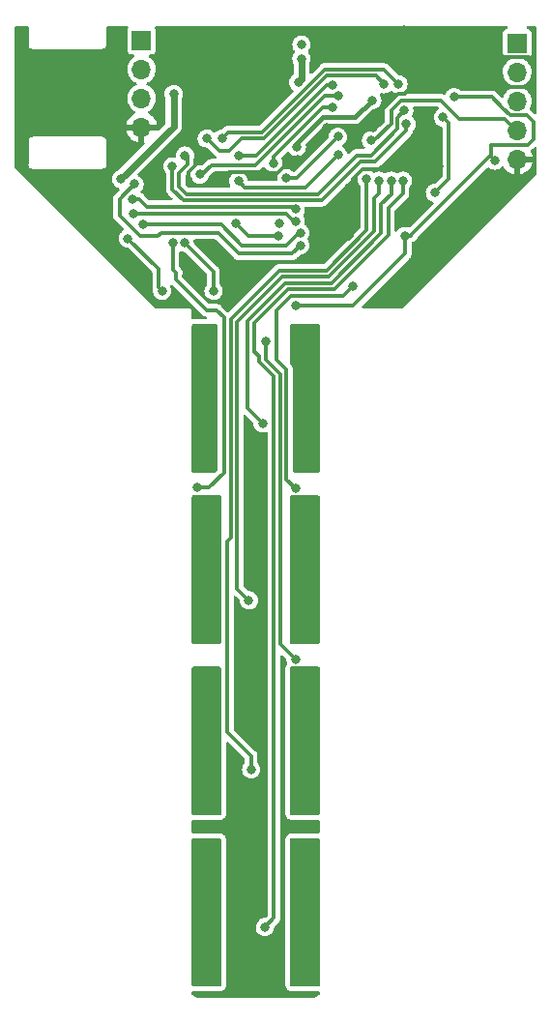
<source format=gbr>
%TF.GenerationSoftware,KiCad,Pcbnew,(6.0.0)*%
%TF.CreationDate,2022-08-23T17:29:19+02:00*%
%TF.ProjectId,TempSpike,54656d70-5370-4696-9b65-2e6b69636164,rev?*%
%TF.SameCoordinates,Original*%
%TF.FileFunction,Copper,L2,Bot*%
%TF.FilePolarity,Positive*%
%FSLAX46Y46*%
G04 Gerber Fmt 4.6, Leading zero omitted, Abs format (unit mm)*
G04 Created by KiCad (PCBNEW (6.0.0)) date 2022-08-23 17:29:19*
%MOMM*%
%LPD*%
G01*
G04 APERTURE LIST*
%TA.AperFunction,ComponentPad*%
%ADD10R,1.700000X1.700000*%
%TD*%
%TA.AperFunction,ComponentPad*%
%ADD11O,1.700000X1.700000*%
%TD*%
%TA.AperFunction,ViaPad*%
%ADD12C,0.800000*%
%TD*%
%TA.AperFunction,Conductor*%
%ADD13C,0.300000*%
%TD*%
%TA.AperFunction,Conductor*%
%ADD14C,0.400000*%
%TD*%
%TA.AperFunction,Conductor*%
%ADD15C,0.350000*%
%TD*%
%TA.AperFunction,Conductor*%
%ADD16C,0.600000*%
%TD*%
G04 APERTURE END LIST*
D10*
%TO.P,J2,1,Pin_1*%
%TO.N,+5V*%
X175895000Y-42394000D03*
D11*
%TO.P,J2,2,Pin_2*%
%TO.N,/SWCLK*%
X175895000Y-44934000D03*
%TO.P,J2,3,Pin_3*%
%TO.N,/Moisture_High_Gain*%
X175895000Y-47474000D03*
%TO.P,J2,4,Pin_4*%
%TO.N,/NRST*%
X175895000Y-50014000D03*
%TO.P,J2,5,Pin_5*%
%TO.N,GND*%
X175895000Y-52554000D03*
%TD*%
D10*
%TO.P,J1,1,Pin_1*%
%TO.N,VD*%
X143002000Y-42156000D03*
D11*
%TO.P,J1,2,Pin_2*%
%TO.N,/RPi_In*%
X143002000Y-44696000D03*
%TO.P,J1,3,Pin_3*%
%TO.N,/RPi_Out*%
X143002000Y-47236000D03*
%TO.P,J1,4,Pin_4*%
%TO.N,GND*%
X143002000Y-49776000D03*
%TD*%
D12*
%TO.N,GND*%
X152300000Y-110600000D03*
X152300000Y-109100000D03*
X159230000Y-49799990D03*
X156700000Y-52600000D03*
X166899990Y-57000000D03*
X161125000Y-55050000D03*
X160000000Y-59200000D03*
X163300000Y-49800000D03*
X158200000Y-42900000D03*
X148325000Y-51925000D03*
X154500000Y-42250000D03*
X147500000Y-42250000D03*
X172000000Y-44750000D03*
X169000000Y-41500000D03*
X166000000Y-41250000D03*
X153150000Y-48050000D03*
X137500000Y-55000000D03*
X152500000Y-79400000D03*
X159900000Y-57200000D03*
X172000000Y-55500000D03*
X154350000Y-48000000D03*
X174250000Y-45250000D03*
X153800000Y-62000000D03*
X169000000Y-53200000D03*
X162000000Y-43400000D03*
X152900000Y-77989000D03*
X152500000Y-80900000D03*
X168400000Y-54300000D03*
X177150000Y-46250000D03*
X172000000Y-57000000D03*
X170450000Y-41350000D03*
X152500000Y-121800000D03*
X137500000Y-58000000D03*
X152500000Y-124500000D03*
X150975000Y-62325000D03*
X152500000Y-123000000D03*
X173500000Y-54000000D03*
X173500000Y-55500000D03*
X177200000Y-43900000D03*
X152400000Y-94900000D03*
X148200000Y-63300000D03*
X142400000Y-62000000D03*
X151600000Y-63600000D03*
X143300000Y-63000000D03*
X173500000Y-41350000D03*
X164100000Y-64800000D03*
X139000000Y-58000000D03*
X134500000Y-55000000D03*
X171900000Y-41350000D03*
X165400000Y-64800000D03*
X165500000Y-43900000D03*
X147200000Y-62300000D03*
%TO.N,+3V3*%
X166059302Y-59281387D03*
X156600000Y-51500000D03*
X173943255Y-52684273D03*
X163199990Y-47400010D03*
X170375000Y-47125000D03*
X156500000Y-65400000D03*
%TO.N,+5V*%
X155000000Y-59274990D03*
X151250000Y-58175021D03*
X157000000Y-42521008D03*
X145816727Y-46850000D03*
X156999984Y-43750000D03*
X156738014Y-45852771D03*
X141200000Y-54300000D03*
%TO.N,/Moisture_High_Gain*%
X169400000Y-48900000D03*
X168700000Y-55500000D03*
%TO.N,/NRST*%
X163100000Y-50900000D03*
%TO.N,Net-(J3-Pad1)*%
X148000000Y-102000000D03*
X148000000Y-106500000D03*
X148000000Y-109500000D03*
X148000000Y-99000000D03*
X146775000Y-59875000D03*
X148000000Y-97500000D03*
X148000000Y-105000000D03*
X148000000Y-108000000D03*
X148000000Y-103500000D03*
X149300000Y-64100000D03*
X148000000Y-100500000D03*
%TO.N,Net-(J4-Pad1)*%
X148000000Y-121500000D03*
X148000000Y-114000000D03*
X148000000Y-115500000D03*
X148000000Y-123000000D03*
X148000000Y-112500000D03*
X148000000Y-117000000D03*
X148000000Y-118500000D03*
X148000000Y-124500000D03*
X148000000Y-120000000D03*
%TO.N,Net-(J5-Pad1)*%
X143100000Y-58275002D03*
X158000000Y-88500000D03*
X158000000Y-91500000D03*
X156900000Y-59000000D03*
X158000000Y-85500000D03*
X158000000Y-84000000D03*
X161500000Y-63700000D03*
X158000000Y-82500000D03*
X158000000Y-90000000D03*
X158000000Y-87000000D03*
X158000000Y-94500000D03*
X156500000Y-81400000D03*
X158000000Y-93000000D03*
%TO.N,Net-(J6-Pad1)*%
X148000000Y-82500000D03*
X148000000Y-94500000D03*
X145725000Y-59850000D03*
X148000000Y-93000000D03*
X148000000Y-85500000D03*
X148000000Y-90000000D03*
X148000000Y-88500000D03*
X148000000Y-84000000D03*
X148000000Y-91500000D03*
X147892000Y-81300000D03*
X148000000Y-87000000D03*
%TO.N,Net-(J7-Pad1)*%
X158000000Y-118500000D03*
X158000000Y-114000000D03*
X158000000Y-115500000D03*
X158000000Y-120000000D03*
X158000000Y-121500000D03*
X142325010Y-57329173D03*
X156500000Y-58000034D03*
X158000000Y-112500000D03*
X158000000Y-117000000D03*
X158000000Y-123000000D03*
X158000000Y-124500000D03*
%TO.N,Net-(J8-Pad1)*%
X158000000Y-102000000D03*
X158000000Y-109500000D03*
X156500000Y-96400000D03*
X158000000Y-103500000D03*
X158000000Y-97500000D03*
X158000000Y-99000000D03*
X158000000Y-100500000D03*
X158000000Y-105000000D03*
X153875000Y-68500000D03*
X158000000Y-106500000D03*
X158000000Y-108000000D03*
%TO.N,Net-(J9-Pad1)*%
X158000000Y-73500000D03*
X142382416Y-54750010D03*
X158000000Y-70500000D03*
X158000000Y-72000000D03*
X158000000Y-69000000D03*
X158000000Y-79500000D03*
X158000000Y-67500000D03*
X158000000Y-76500000D03*
X158000000Y-78000000D03*
X156900000Y-60100000D03*
X158000000Y-75000000D03*
%TO.N,Net-(J10-Pad1)*%
X141800000Y-59500000D03*
X142229804Y-56069363D03*
X148000000Y-79500000D03*
X148000000Y-69000000D03*
X148000000Y-76500000D03*
X148000000Y-67500000D03*
X148000000Y-73500000D03*
X148000000Y-70500000D03*
X148000000Y-75000000D03*
X144800000Y-64100000D03*
X156500000Y-56950021D03*
X148000000Y-72000000D03*
X148000000Y-78000000D03*
%TO.N,/INH*%
X151500000Y-52250000D03*
X159750000Y-46050000D03*
%TO.N,/C_High*%
X146800000Y-52250000D03*
X166000000Y-48317068D03*
%TO.N,/C_Low*%
X159727624Y-48022376D03*
X154550000Y-52950000D03*
%TO.N,/B_High*%
X166200000Y-49500000D03*
X145695001Y-53195001D03*
%TO.N,/B_Low*%
X160200000Y-50600000D03*
X155690423Y-54219320D03*
%TO.N,/A_High*%
X160250000Y-47000000D03*
X148100000Y-53900000D03*
%TO.N,/A_Low*%
X155034977Y-58175021D03*
X160200000Y-52200000D03*
X151484984Y-54465000D03*
%TO.N,/Temp_4*%
X162700000Y-54274998D03*
X152600000Y-106000000D03*
%TO.N,/Temp_3*%
X163800000Y-54450000D03*
X152400000Y-91200000D03*
%TO.N,/Temp_2*%
X164850003Y-54450000D03*
X153599959Y-75694780D03*
%TO.N,/Temp_1*%
X165900006Y-54450000D03*
X153800000Y-119800000D03*
%TO.N,/MCU_In*%
X165500000Y-46000000D03*
X150038697Y-50761309D03*
%TO.N,/MCU_Out*%
X164250000Y-46000000D03*
X148711361Y-50749568D03*
%TD*%
D13*
%TO.N,GND*%
X154934002Y-53750002D02*
X154165998Y-53750002D01*
X161524999Y-54650001D02*
X161524999Y-54265997D01*
X154165998Y-53750002D02*
X154080995Y-53664999D01*
X148100000Y-52950000D02*
X147865998Y-52950000D01*
X156700000Y-52600000D02*
X156084004Y-52600000D01*
X163300000Y-49800000D02*
X163300000Y-49022170D01*
X177150000Y-46250000D02*
X177123999Y-46223999D01*
X154080995Y-53664999D02*
X150635001Y-53664999D01*
X177200000Y-43900000D02*
X176950000Y-43650000D01*
X148325000Y-51925000D02*
X148325000Y-52725000D01*
X147300000Y-54284002D02*
X147300000Y-54400000D01*
X148325000Y-52725000D02*
X148100000Y-52950000D01*
X176950000Y-43650000D02*
X174250000Y-43650000D01*
X147150000Y-54134002D02*
X147300000Y-54284002D01*
X161524999Y-54265997D02*
X162365996Y-53425000D01*
X165522170Y-46800000D02*
X166100000Y-46800000D01*
X156084004Y-52600000D02*
X154934002Y-53750002D01*
X177123999Y-46223999D02*
X174676001Y-46223999D01*
X166100000Y-46800000D02*
X166300000Y-46600000D01*
X147150000Y-53665998D02*
X147150000Y-54134002D01*
X161450000Y-59250000D02*
X161200000Y-59500000D01*
X150635001Y-53664999D02*
X149600000Y-54700000D01*
X162365996Y-53425000D02*
X163600000Y-53425000D01*
X160020002Y-59250000D02*
X160950000Y-59250000D01*
X161125000Y-55050000D02*
X161524999Y-54650001D01*
X163300000Y-49022170D02*
X165522170Y-46800000D01*
X147865998Y-52950000D02*
X147150000Y-53665998D01*
%TO.N,+3V3*%
X170375000Y-47125000D02*
X173702830Y-47125000D01*
X173702830Y-47125000D02*
X174644999Y-48067169D01*
X175294999Y-48724001D02*
X176724001Y-48724001D01*
X176724001Y-48724001D02*
X177300000Y-49300000D01*
X177300000Y-50800000D02*
X176800000Y-51300000D01*
X176800000Y-51300000D02*
X173600000Y-51300000D01*
X174644999Y-48074001D02*
X175294999Y-48724001D01*
X177300000Y-49300000D02*
X177300000Y-50800000D01*
X174644999Y-48067169D02*
X174644999Y-48074001D01*
X166624987Y-59281387D02*
X166059302Y-59281387D01*
D14*
X161700000Y-48900000D02*
X163199990Y-47400010D01*
X156600000Y-51161751D02*
X158861751Y-48900000D01*
X158861751Y-48900000D02*
X161700000Y-48900000D01*
D13*
X173600000Y-51300000D02*
X173600000Y-52200000D01*
D15*
X165559302Y-61340698D02*
X161500000Y-65400000D01*
D13*
X173943255Y-52684273D02*
X173600000Y-52341018D01*
D15*
X161500000Y-65400000D02*
X156500000Y-65400000D01*
D13*
X166518613Y-59281387D02*
X166124987Y-59281387D01*
D15*
X166059302Y-59281387D02*
X166059302Y-60840698D01*
X166059302Y-60840698D02*
X165575000Y-61325000D01*
D14*
X156600000Y-51500000D02*
X156600000Y-51161751D01*
D13*
X173600000Y-52200000D02*
X166518613Y-59281387D01*
%TO.N,+5V*%
X151250000Y-58175021D02*
X152349969Y-59274990D01*
X152349969Y-59274990D02*
X155000000Y-59274990D01*
D16*
X145816727Y-49683273D02*
X141200000Y-54300000D01*
X145816727Y-46850000D02*
X145816727Y-49683273D01*
X156999984Y-43750000D02*
X156999984Y-45590801D01*
X156999984Y-45590801D02*
X156738014Y-45852771D01*
D13*
%TO.N,/Moisture_High_Gain*%
X169900000Y-49400000D02*
X169900000Y-54300000D01*
X169900000Y-54300000D02*
X168700000Y-55500000D01*
X169400000Y-48900000D02*
X169900000Y-49400000D01*
D15*
%TO.N,/NRST*%
X175659000Y-50250000D02*
X175895000Y-50014000D01*
D13*
X175893165Y-50100000D02*
X175900000Y-50100000D01*
X164849989Y-48250011D02*
X165700000Y-47400000D01*
X163100000Y-50900000D02*
X163400000Y-50900000D01*
X170800000Y-49000000D02*
X174793165Y-49000000D01*
X174793165Y-49000000D02*
X175893165Y-50100000D01*
X163400000Y-50900000D02*
X164849989Y-49450011D01*
X164849989Y-49450011D02*
X164849989Y-48250011D01*
X169200000Y-47400000D02*
X170800000Y-49000000D01*
X165700000Y-47400000D02*
X169200000Y-47400000D01*
%TO.N,Net-(J3-Pad1)*%
X149300000Y-62400000D02*
X146775000Y-59875000D01*
X149300000Y-64100000D02*
X149300000Y-62400000D01*
%TO.N,Net-(J5-Pad1)*%
X155700000Y-71000000D02*
X155700000Y-80600000D01*
D15*
X160674956Y-64525044D02*
X161500000Y-63700000D01*
X155678998Y-60100000D02*
X156778998Y-59000000D01*
X156065976Y-64525044D02*
X160674956Y-64525044D01*
X154800000Y-65791020D02*
X156065976Y-64525044D01*
D13*
X154800000Y-66700000D02*
X154800000Y-70100000D01*
D15*
X143100000Y-58275002D02*
X149975002Y-58275002D01*
D13*
X155700000Y-80600000D02*
X156500000Y-81400000D01*
D15*
X156778998Y-59000000D02*
X156900000Y-59000000D01*
X154800000Y-66700000D02*
X154800000Y-65791020D01*
D13*
X154800000Y-70100000D02*
X155700000Y-71000000D01*
D15*
X151800000Y-60100000D02*
X155678998Y-60100000D01*
X149975002Y-58275002D02*
X151800000Y-60100000D01*
D13*
%TO.N,Net-(J6-Pad1)*%
X149600000Y-65800000D02*
X148700000Y-65800000D01*
X148700000Y-65800000D02*
X146000000Y-63100000D01*
D15*
X147892000Y-81300000D02*
X148000000Y-81300000D01*
D13*
X148900000Y-81300000D02*
X150200000Y-80000000D01*
D15*
X146000000Y-62500000D02*
X145725000Y-62225000D01*
D13*
X146000000Y-63100000D02*
X146000000Y-62500000D01*
X147892000Y-81300000D02*
X148900000Y-81300000D01*
X150200000Y-66400000D02*
X149600000Y-65800000D01*
D15*
X145725000Y-62225000D02*
X145725000Y-59850000D01*
D13*
X150200000Y-80000000D02*
X150200000Y-66400000D01*
D15*
%TO.N,Net-(J7-Pad1)*%
X142345848Y-57350011D02*
X142325010Y-57329173D01*
X156329009Y-58000034D02*
X155678986Y-57350011D01*
X156500000Y-58000034D02*
X156329009Y-58000034D01*
X155678986Y-57350011D02*
X142345848Y-57350011D01*
D13*
%TO.N,Net-(J8-Pad1)*%
X155149989Y-71349989D02*
X153900000Y-70100000D01*
X153900000Y-68500000D02*
X154000000Y-68600000D01*
X153900000Y-70100000D02*
X153900000Y-68525000D01*
X155149989Y-95049989D02*
X155149989Y-71349989D01*
X153900000Y-68525000D02*
X153875000Y-68500000D01*
X153875000Y-68500000D02*
X153900000Y-68500000D01*
X156500000Y-96400000D02*
X155149989Y-95049989D01*
D15*
%TO.N,Net-(J9-Pad1)*%
X144400000Y-59300000D02*
X142900000Y-59300000D01*
X156200001Y-60799999D02*
X151499999Y-60799999D01*
X156900000Y-60100000D02*
X156200001Y-60799999D01*
X149700000Y-59000000D02*
X144700000Y-59000000D01*
X144700000Y-59000000D02*
X144400000Y-59300000D01*
X142900000Y-59300000D02*
X141100001Y-57500001D01*
X151499999Y-60799999D02*
X149700000Y-59000000D01*
X141100001Y-56032425D02*
X142382416Y-54750010D01*
X141100001Y-57500001D02*
X141100001Y-56032425D01*
%TO.N,Net-(J10-Pad1)*%
X141800000Y-59500000D02*
X144500000Y-62200000D01*
X156299979Y-56750000D02*
X143476126Y-56750000D01*
X156500000Y-56950021D02*
X156299979Y-56750000D01*
X143476126Y-56750000D02*
X142795489Y-56069363D01*
X142795489Y-56069363D02*
X142229804Y-56069363D01*
D13*
X144500000Y-62200000D02*
X144500000Y-63800000D01*
X144500000Y-63800000D02*
X144800000Y-64100000D01*
%TO.N,/INH*%
X159750000Y-46050000D02*
X159247788Y-46050000D01*
X159247788Y-46050000D02*
X153047788Y-52250000D01*
X153047788Y-52250000D02*
X151500000Y-52250000D01*
%TO.N,/C_High*%
X146300000Y-55000000D02*
X146300000Y-53738166D01*
X165399999Y-48917069D02*
X165399999Y-49900001D01*
X165399999Y-49900001D02*
X163075000Y-52225000D01*
X146900000Y-55600000D02*
X146300000Y-55000000D01*
X146300000Y-53738166D02*
X147000000Y-53038166D01*
X147000000Y-53038166D02*
X147000000Y-52250000D01*
X158450000Y-55600000D02*
X146900000Y-55600000D01*
X166000000Y-48317068D02*
X165399999Y-48917069D01*
X161825000Y-52225000D02*
X158450000Y-55600000D01*
X163075000Y-52225000D02*
X161825000Y-52225000D01*
%TO.N,/C_Low*%
X159727624Y-48022376D02*
X158836939Y-48022376D01*
X154550000Y-52309315D02*
X154550000Y-52950000D01*
X158836939Y-48022376D02*
X154550000Y-52309315D01*
%TO.N,/B_High*%
X163490676Y-52775010D02*
X166200000Y-50065685D01*
X158799989Y-56150011D02*
X162174990Y-52775010D01*
X162174990Y-52775010D02*
X163490676Y-52775010D01*
X145895001Y-53195001D02*
X145700000Y-53390002D01*
X145700000Y-55200000D02*
X146650011Y-56150011D01*
X166200000Y-50065685D02*
X166200000Y-49500000D01*
X145700000Y-53390002D02*
X145700000Y-55200000D01*
X146650011Y-56150011D02*
X158799989Y-56150011D01*
D15*
%TO.N,/B_Low*%
X160091623Y-50600000D02*
X160200000Y-50600000D01*
D13*
X160200000Y-50600000D02*
X156580680Y-54219320D01*
X156580680Y-54219320D02*
X155690423Y-54219320D01*
%TO.N,/A_High*%
X160250000Y-47000000D02*
X159075621Y-47000000D01*
X159075621Y-47000000D02*
X152975621Y-53100000D01*
X149100000Y-53100000D02*
X148300000Y-53900000D01*
X152975621Y-53100000D02*
X149100000Y-53100000D01*
D15*
%TO.N,/A_Low*%
X160200000Y-52047858D02*
X160200000Y-52200000D01*
D13*
X151484984Y-54465000D02*
X152039305Y-55019321D01*
X152039305Y-55019321D02*
X157380679Y-55019321D01*
X157380679Y-55019321D02*
X160200000Y-52200000D01*
%TO.N,/Temp_4*%
X152600000Y-106000000D02*
X152600000Y-104800000D01*
X155100000Y-62300000D02*
X159177830Y-62300000D01*
X150500000Y-86000000D02*
X150795480Y-85704520D01*
X152600000Y-104800000D02*
X150500000Y-102700000D01*
X150500000Y-102700000D02*
X150500000Y-86000000D01*
X159177830Y-62300000D02*
X162700000Y-58777830D01*
X150795480Y-85704520D02*
X150795480Y-66604520D01*
X162700000Y-58777830D02*
X162700000Y-54274998D01*
X150795480Y-66604520D02*
X155100000Y-62300000D01*
%TO.N,/Temp_3*%
X151345491Y-90145491D02*
X151345491Y-66854509D01*
X163365685Y-58889975D02*
X163365685Y-56000000D01*
X163365685Y-56000000D02*
X163800000Y-55565685D01*
X159405652Y-62850011D02*
X163365685Y-58889975D01*
X152400000Y-91200000D02*
X151345491Y-90145491D01*
X163800000Y-55565685D02*
X163800000Y-54450000D01*
X155349989Y-62850011D02*
X159405652Y-62850011D01*
X151345491Y-66854509D02*
X155349989Y-62850011D01*
%TO.N,/Temp_2*%
X153599959Y-75694780D02*
X152300000Y-74394821D01*
X155599978Y-63400022D02*
X159633468Y-63400022D01*
X152300000Y-74394821D02*
X152300000Y-66700000D01*
X163965703Y-56500000D02*
X164850003Y-55615700D01*
X164850003Y-55615700D02*
X164850003Y-54450000D01*
X163965703Y-59067787D02*
X163965703Y-56500000D01*
X152300000Y-66700000D02*
X155599978Y-63400022D01*
X159633468Y-63400022D02*
X163965703Y-59067787D01*
%TO.N,/Temp_1*%
X153800000Y-119800000D02*
X154599978Y-119000022D01*
X152900000Y-66877832D02*
X155827799Y-63950033D01*
X155827799Y-63950033D02*
X159861287Y-63950033D01*
X154599978Y-119000022D02*
X154599978Y-71599978D01*
X152900000Y-69400000D02*
X152900000Y-66877832D01*
X153300000Y-69800000D02*
X152900000Y-69400000D01*
X164600000Y-59211320D02*
X164600000Y-56865691D01*
X164600000Y-56865691D02*
X165900006Y-55565685D01*
X165900006Y-55565685D02*
X165900006Y-54450000D01*
X154599978Y-71599978D02*
X153300000Y-70300000D01*
X159861287Y-63950033D02*
X164600000Y-59211320D01*
X153300000Y-70300000D02*
X153300000Y-69800000D01*
%TO.N,/MCU_In*%
X159022181Y-44699989D02*
X159022179Y-44699991D01*
X164199989Y-44699989D02*
X165100001Y-45600001D01*
X159022181Y-44699989D02*
X164199989Y-44699989D01*
X165100001Y-45600001D02*
X165500000Y-46000000D01*
X150600016Y-50199990D02*
X150038697Y-50761309D01*
X159022181Y-44699989D02*
X153522180Y-50199990D01*
X153522180Y-50199990D02*
X150600016Y-50199990D01*
%TO.N,/MCU_Out*%
X164250000Y-46000000D02*
X163499999Y-45249999D01*
X151749999Y-50750001D02*
X150650000Y-51850000D01*
X149811793Y-51850000D02*
X148711361Y-50749568D01*
X150650000Y-51850000D02*
X149811793Y-51850000D01*
X163499999Y-45249999D02*
X159250003Y-45249999D01*
X153750002Y-50750001D02*
X151749999Y-50750001D01*
X159250003Y-45249999D02*
X153750002Y-50750001D01*
%TD*%
%TA.AperFunction,Conductor*%
%TO.N,Net-(J6-Pad1)*%
G36*
X149942121Y-82020002D02*
G01*
X149988614Y-82073658D01*
X150000000Y-82126000D01*
X150000000Y-85732922D01*
X149991335Y-85773686D01*
X149992365Y-85773985D01*
X149980225Y-85815772D01*
X149976380Y-85827002D01*
X149960364Y-85867453D01*
X149959466Y-85875994D01*
X149959466Y-85875995D01*
X149958792Y-85882408D01*
X149954480Y-85904383D01*
X149950285Y-85918825D01*
X149949500Y-85929515D01*
X149949500Y-85964217D01*
X149948810Y-85977387D01*
X149944599Y-86017454D01*
X149946031Y-86025919D01*
X149946031Y-86025928D01*
X149947735Y-86036000D01*
X149949500Y-86057013D01*
X149949500Y-94874000D01*
X149929498Y-94942121D01*
X149875842Y-94988614D01*
X149823500Y-95000000D01*
X147526000Y-95000000D01*
X147457879Y-94979998D01*
X147411386Y-94926342D01*
X147400000Y-94874000D01*
X147400000Y-82126000D01*
X147420002Y-82057879D01*
X147473658Y-82011386D01*
X147526000Y-82000000D01*
X149874000Y-82000000D01*
X149942121Y-82020002D01*
G37*
%TD.AperFunction*%
%TD*%
%TA.AperFunction,Conductor*%
%TO.N,Net-(J10-Pad1)*%
G36*
X149591621Y-67020002D02*
G01*
X149638114Y-67073658D01*
X149649500Y-67126000D01*
X149649500Y-79719785D01*
X149629498Y-79787906D01*
X149612595Y-79808880D01*
X149458380Y-79963095D01*
X149396068Y-79997121D01*
X149369285Y-80000000D01*
X147526000Y-80000000D01*
X147457879Y-79979998D01*
X147411386Y-79926342D01*
X147400000Y-79874000D01*
X147400000Y-67126000D01*
X147420002Y-67057879D01*
X147473658Y-67011386D01*
X147526000Y-67000000D01*
X149523500Y-67000000D01*
X149591621Y-67020002D01*
G37*
%TD.AperFunction*%
%TD*%
%TA.AperFunction,Conductor*%
%TO.N,Net-(J9-Pad1)*%
G36*
X158542121Y-67020002D02*
G01*
X158588614Y-67073658D01*
X158600000Y-67126000D01*
X158600000Y-79874000D01*
X158579998Y-79942121D01*
X158526342Y-79988614D01*
X158474000Y-80000000D01*
X156376500Y-80000000D01*
X156308379Y-79979998D01*
X156261886Y-79926342D01*
X156250500Y-79874000D01*
X156250500Y-71014993D01*
X156250611Y-71009717D01*
X156252850Y-70956291D01*
X156253210Y-70947706D01*
X156251248Y-70939341D01*
X156243273Y-70905338D01*
X156241110Y-70893667D01*
X156236372Y-70859081D01*
X156235206Y-70850568D01*
X156229235Y-70836770D01*
X156222201Y-70815501D01*
X156220730Y-70809228D01*
X156220729Y-70809226D01*
X156218768Y-70800864D01*
X156197805Y-70762734D01*
X156192583Y-70752073D01*
X156178716Y-70720027D01*
X156178715Y-70720026D01*
X156175305Y-70712145D01*
X156165842Y-70700459D01*
X156153351Y-70681871D01*
X156146106Y-70668692D01*
X156139103Y-70660578D01*
X156114567Y-70636042D01*
X156105742Y-70626241D01*
X156085794Y-70601608D01*
X156085793Y-70601607D01*
X156080386Y-70594930D01*
X156073388Y-70589957D01*
X156073383Y-70589952D01*
X156065052Y-70584032D01*
X156048946Y-70570421D01*
X156036905Y-70558380D01*
X156002879Y-70496068D01*
X156000000Y-70469285D01*
X156000000Y-67126000D01*
X156020002Y-67057879D01*
X156073658Y-67011386D01*
X156126000Y-67000000D01*
X158474000Y-67000000D01*
X158542121Y-67020002D01*
G37*
%TD.AperFunction*%
%TD*%
%TA.AperFunction,Conductor*%
%TO.N,Net-(J5-Pad1)*%
G36*
X158542121Y-82020002D02*
G01*
X158588614Y-82073658D01*
X158600000Y-82126000D01*
X158600000Y-94874000D01*
X158579998Y-94942121D01*
X158526342Y-94988614D01*
X158474000Y-95000000D01*
X156126000Y-95000000D01*
X156057879Y-94979998D01*
X156011386Y-94926342D01*
X156000000Y-94874000D01*
X156000000Y-82126000D01*
X156020002Y-82057879D01*
X156073658Y-82011386D01*
X156126000Y-82000000D01*
X158474000Y-82000000D01*
X158542121Y-82020002D01*
G37*
%TD.AperFunction*%
%TD*%
%TA.AperFunction,Conductor*%
%TO.N,Net-(J8-Pad1)*%
G36*
X158542121Y-97020002D02*
G01*
X158588614Y-97073658D01*
X158600000Y-97126000D01*
X158600000Y-109874000D01*
X158579998Y-109942121D01*
X158526342Y-109988614D01*
X158474000Y-110000000D01*
X156126000Y-110000000D01*
X156057879Y-109979998D01*
X156011386Y-109926342D01*
X156000000Y-109874000D01*
X156000000Y-97126000D01*
X156020002Y-97057879D01*
X156073658Y-97011386D01*
X156126000Y-97000000D01*
X158474000Y-97000000D01*
X158542121Y-97020002D01*
G37*
%TD.AperFunction*%
%TD*%
%TA.AperFunction,Conductor*%
%TO.N,Net-(J7-Pad1)*%
G36*
X158542121Y-112020002D02*
G01*
X158588614Y-112073658D01*
X158600000Y-112126000D01*
X158600000Y-124874000D01*
X158579998Y-124942121D01*
X158526342Y-124988614D01*
X158474000Y-125000000D01*
X156126000Y-125000000D01*
X156057879Y-124979998D01*
X156011386Y-124926342D01*
X156000000Y-124874000D01*
X156000000Y-112126000D01*
X156020002Y-112057879D01*
X156073658Y-112011386D01*
X156126000Y-112000000D01*
X158474000Y-112000000D01*
X158542121Y-112020002D01*
G37*
%TD.AperFunction*%
%TD*%
%TA.AperFunction,Conductor*%
%TO.N,Net-(J4-Pad1)*%
G36*
X149942121Y-112020002D02*
G01*
X149988614Y-112073658D01*
X150000000Y-112126000D01*
X150000000Y-124874000D01*
X149979998Y-124942121D01*
X149926342Y-124988614D01*
X149874000Y-125000000D01*
X147526000Y-125000000D01*
X147457879Y-124979998D01*
X147411386Y-124926342D01*
X147400000Y-124874000D01*
X147400000Y-112126000D01*
X147420002Y-112057879D01*
X147473658Y-112011386D01*
X147526000Y-112000000D01*
X149874000Y-112000000D01*
X149942121Y-112020002D01*
G37*
%TD.AperFunction*%
%TD*%
%TA.AperFunction,Conductor*%
%TO.N,Net-(J3-Pad1)*%
G36*
X149891621Y-97020002D02*
G01*
X149938114Y-97073658D01*
X149949500Y-97126000D01*
X149949500Y-102685007D01*
X149949389Y-102690283D01*
X149946790Y-102752294D01*
X149948752Y-102760659D01*
X149956727Y-102794662D01*
X149958890Y-102806333D01*
X149964794Y-102849432D01*
X149968206Y-102857316D01*
X149968206Y-102857317D01*
X149970765Y-102863230D01*
X149977799Y-102884499D01*
X149981232Y-102899136D01*
X149985370Y-102906663D01*
X149988449Y-102914684D01*
X149987057Y-102915218D01*
X150000000Y-102965627D01*
X150000000Y-109874000D01*
X149979998Y-109942121D01*
X149926342Y-109988614D01*
X149874000Y-110000000D01*
X147526000Y-110000000D01*
X147457879Y-109979998D01*
X147411386Y-109926342D01*
X147400000Y-109874000D01*
X147400000Y-97126000D01*
X147420002Y-97057879D01*
X147473658Y-97011386D01*
X147526000Y-97000000D01*
X149823500Y-97000000D01*
X149891621Y-97020002D01*
G37*
%TD.AperFunction*%
%TD*%
%TA.AperFunction,Conductor*%
%TO.N,GND*%
G36*
X152104503Y-74978303D02*
G01*
X152111086Y-74984432D01*
X152760863Y-75634209D01*
X152794889Y-75696521D01*
X152797167Y-75711007D01*
X152811998Y-75862266D01*
X152868685Y-76032676D01*
X152961718Y-76186292D01*
X153086473Y-76315479D01*
X153236748Y-76413816D01*
X153405075Y-76476416D01*
X153412056Y-76477347D01*
X153412058Y-76477348D01*
X153576108Y-76499237D01*
X153576112Y-76499237D01*
X153583089Y-76500168D01*
X153590101Y-76499530D01*
X153590105Y-76499530D01*
X153754919Y-76484531D01*
X153754920Y-76484531D01*
X153761940Y-76483892D01*
X153884542Y-76444056D01*
X153955509Y-76442028D01*
X154016307Y-76478691D01*
X154047633Y-76542403D01*
X154049478Y-76563889D01*
X154049478Y-118719806D01*
X154029476Y-118787927D01*
X154012574Y-118808901D01*
X153861085Y-118960391D01*
X153798773Y-118994416D01*
X153785160Y-118996606D01*
X153761526Y-118999090D01*
X153634025Y-119012490D01*
X153634021Y-119012491D01*
X153627017Y-119013227D01*
X153620346Y-119015498D01*
X153463677Y-119068832D01*
X153463674Y-119068833D01*
X153457007Y-119071103D01*
X153304045Y-119165206D01*
X153299014Y-119170132D01*
X153299011Y-119170135D01*
X153250355Y-119217783D01*
X153175732Y-119290859D01*
X153171913Y-119296784D01*
X153171912Y-119296786D01*
X153082265Y-119435891D01*
X153078446Y-119441817D01*
X153017022Y-119610578D01*
X152994514Y-119788753D01*
X152995201Y-119795760D01*
X152995201Y-119795763D01*
X152997177Y-119815911D01*
X153012039Y-119967486D01*
X153014262Y-119974168D01*
X153014262Y-119974169D01*
X153022967Y-120000336D01*
X153068726Y-120137896D01*
X153161759Y-120291512D01*
X153286514Y-120420699D01*
X153436789Y-120519036D01*
X153605116Y-120581636D01*
X153612097Y-120582567D01*
X153612099Y-120582568D01*
X153776149Y-120604457D01*
X153776153Y-120604457D01*
X153783130Y-120605388D01*
X153790142Y-120604750D01*
X153790146Y-120604750D01*
X153954960Y-120589751D01*
X153954961Y-120589751D01*
X153961981Y-120589112D01*
X154132782Y-120533615D01*
X154163714Y-120515176D01*
X154280992Y-120445265D01*
X154280994Y-120445264D01*
X154287044Y-120441657D01*
X154417099Y-120317807D01*
X154434570Y-120291512D01*
X154512582Y-120174093D01*
X154516483Y-120168222D01*
X154531168Y-120129564D01*
X154577757Y-120006919D01*
X154577758Y-120006914D01*
X154580257Y-120000336D01*
X154605251Y-119822493D01*
X154605306Y-119818530D01*
X154605508Y-119815911D01*
X154630678Y-119749526D01*
X154642041Y-119736484D01*
X154978633Y-119399891D01*
X154982443Y-119396238D01*
X155021811Y-119360037D01*
X155028134Y-119354223D01*
X155051077Y-119317220D01*
X155057778Y-119307470D01*
X155084090Y-119272805D01*
X155089624Y-119258826D01*
X155099685Y-119238823D01*
X155107613Y-119226036D01*
X155119753Y-119184250D01*
X155123599Y-119173017D01*
X155136451Y-119140557D01*
X155139614Y-119132569D01*
X155141186Y-119117614D01*
X155145498Y-119095639D01*
X155149693Y-119081197D01*
X155150478Y-119070507D01*
X155150478Y-119035805D01*
X155151168Y-119022635D01*
X155153890Y-118996735D01*
X155155379Y-118982568D01*
X155153947Y-118974103D01*
X155153947Y-118974094D01*
X155152243Y-118964022D01*
X155150478Y-118943009D01*
X155150478Y-96133194D01*
X155170480Y-96065073D01*
X155224136Y-96018580D01*
X155294410Y-96008476D01*
X155358990Y-96037970D01*
X155365573Y-96044098D01*
X155660904Y-96339428D01*
X155694929Y-96401741D01*
X155697208Y-96416227D01*
X155712039Y-96567486D01*
X155714262Y-96574168D01*
X155714263Y-96574174D01*
X155747091Y-96672859D01*
X155749614Y-96743811D01*
X155721569Y-96796494D01*
X155689813Y-96832102D01*
X155636205Y-96945187D01*
X155616203Y-97013308D01*
X155600000Y-97126000D01*
X155600000Y-109874000D01*
X155609141Y-109959024D01*
X155620527Y-110011366D01*
X155642936Y-110082049D01*
X155709086Y-110188286D01*
X155755579Y-110241942D01*
X155832102Y-110310187D01*
X155840246Y-110314048D01*
X155840248Y-110314049D01*
X155940716Y-110361676D01*
X155940721Y-110361678D01*
X155945187Y-110363795D01*
X155949934Y-110365189D01*
X155949937Y-110365190D01*
X155975645Y-110372738D01*
X156013308Y-110383797D01*
X156017767Y-110384438D01*
X156017771Y-110384439D01*
X156057451Y-110390144D01*
X156126000Y-110400000D01*
X158474000Y-110400000D01*
X158542121Y-110420002D01*
X158588614Y-110473658D01*
X158600000Y-110526000D01*
X158600000Y-111474000D01*
X158579998Y-111542121D01*
X158526342Y-111588614D01*
X158474000Y-111600000D01*
X156126000Y-111600000D01*
X156122652Y-111600360D01*
X156122651Y-111600360D01*
X156103073Y-111602465D01*
X156040976Y-111609141D01*
X156037692Y-111609855D01*
X156037688Y-111609856D01*
X156011463Y-111615561D01*
X155988634Y-111620527D01*
X155917951Y-111642936D01*
X155811714Y-111709086D01*
X155758058Y-111755579D01*
X155689813Y-111832102D01*
X155685952Y-111840246D01*
X155685951Y-111840248D01*
X155652290Y-111911257D01*
X155636205Y-111945187D01*
X155616203Y-112013308D01*
X155615562Y-112017767D01*
X155615561Y-112017771D01*
X155612225Y-112040976D01*
X155600000Y-112126000D01*
X155600000Y-124874000D01*
X155609141Y-124959024D01*
X155620527Y-125011366D01*
X155642936Y-125082049D01*
X155709086Y-125188286D01*
X155755579Y-125241942D01*
X155832102Y-125310187D01*
X155840246Y-125314048D01*
X155840248Y-125314049D01*
X155940716Y-125361676D01*
X155940721Y-125361678D01*
X155945187Y-125363795D01*
X155949934Y-125365189D01*
X155949937Y-125365190D01*
X155975645Y-125372738D01*
X156013308Y-125383797D01*
X156017767Y-125384438D01*
X156017771Y-125384439D01*
X156057451Y-125390144D01*
X156126000Y-125400000D01*
X158474000Y-125400000D01*
X158542121Y-125420002D01*
X158588614Y-125473658D01*
X158600000Y-125526000D01*
X158600000Y-125674914D01*
X158579998Y-125743035D01*
X158530350Y-125787611D01*
X158132176Y-125986698D01*
X158075827Y-126000000D01*
X147924173Y-126000000D01*
X147867824Y-125986698D01*
X147469650Y-125787611D01*
X147417667Y-125739257D01*
X147400000Y-125674914D01*
X147400000Y-125526000D01*
X147420002Y-125457879D01*
X147473658Y-125411386D01*
X147526000Y-125400000D01*
X149874000Y-125400000D01*
X149879972Y-125399358D01*
X149896927Y-125397535D01*
X149959024Y-125390859D01*
X149962308Y-125390145D01*
X149962312Y-125390144D01*
X149991687Y-125383754D01*
X150011366Y-125379473D01*
X150082049Y-125357064D01*
X150188286Y-125290914D01*
X150241942Y-125244421D01*
X150310187Y-125167898D01*
X150314049Y-125159752D01*
X150361676Y-125059284D01*
X150361678Y-125059279D01*
X150363795Y-125054813D01*
X150383797Y-124986692D01*
X150387303Y-124962312D01*
X150399358Y-124878463D01*
X150400000Y-124874000D01*
X150400000Y-112126000D01*
X150390859Y-112040976D01*
X150379473Y-111988634D01*
X150357064Y-111917951D01*
X150290914Y-111811714D01*
X150244421Y-111758058D01*
X150167898Y-111689813D01*
X150159754Y-111685952D01*
X150159752Y-111685951D01*
X150059284Y-111638324D01*
X150059279Y-111638322D01*
X150054813Y-111636205D01*
X150050066Y-111634811D01*
X150050063Y-111634810D01*
X150024355Y-111627262D01*
X149986692Y-111616203D01*
X149982233Y-111615562D01*
X149982229Y-111615561D01*
X149930346Y-111608102D01*
X149874000Y-111600000D01*
X147526000Y-111600000D01*
X147457879Y-111579998D01*
X147411386Y-111526342D01*
X147400000Y-111474000D01*
X147400000Y-110526000D01*
X147420002Y-110457879D01*
X147473658Y-110411386D01*
X147526000Y-110400000D01*
X149874000Y-110400000D01*
X149879972Y-110399358D01*
X149896927Y-110397535D01*
X149959024Y-110390859D01*
X149962308Y-110390145D01*
X149962312Y-110390144D01*
X149991687Y-110383754D01*
X150011366Y-110379473D01*
X150082049Y-110357064D01*
X150188286Y-110290914D01*
X150241942Y-110244421D01*
X150310187Y-110167898D01*
X150314049Y-110159752D01*
X150361676Y-110059284D01*
X150361678Y-110059279D01*
X150363795Y-110054813D01*
X150383797Y-109986692D01*
X150387303Y-109962312D01*
X150399358Y-109878463D01*
X150400000Y-109874000D01*
X150400000Y-103682715D01*
X150420002Y-103614594D01*
X150473658Y-103568101D01*
X150543932Y-103557997D01*
X150608512Y-103587491D01*
X150615095Y-103593620D01*
X152012595Y-104991120D01*
X152046621Y-105053432D01*
X152049500Y-105080215D01*
X152049500Y-105365654D01*
X152029498Y-105433775D01*
X152011657Y-105455678D01*
X151980767Y-105485928D01*
X151975732Y-105490859D01*
X151878446Y-105641817D01*
X151817022Y-105810578D01*
X151794514Y-105988753D01*
X151795201Y-105995760D01*
X151795201Y-105995763D01*
X151796005Y-106003963D01*
X151812039Y-106167486D01*
X151814262Y-106174168D01*
X151814262Y-106174169D01*
X151822967Y-106200336D01*
X151868726Y-106337896D01*
X151961759Y-106491512D01*
X152086514Y-106620699D01*
X152236789Y-106719036D01*
X152405116Y-106781636D01*
X152412097Y-106782567D01*
X152412099Y-106782568D01*
X152576149Y-106804457D01*
X152576153Y-106804457D01*
X152583130Y-106805388D01*
X152590142Y-106804750D01*
X152590146Y-106804750D01*
X152754960Y-106789751D01*
X152754961Y-106789751D01*
X152761981Y-106789112D01*
X152932782Y-106733615D01*
X152963714Y-106715176D01*
X153080992Y-106645265D01*
X153080994Y-106645264D01*
X153087044Y-106641657D01*
X153217099Y-106517807D01*
X153234570Y-106491512D01*
X153312582Y-106374093D01*
X153316483Y-106368222D01*
X153331168Y-106329564D01*
X153377757Y-106206919D01*
X153377758Y-106206914D01*
X153380257Y-106200336D01*
X153405251Y-106022493D01*
X153405565Y-106000000D01*
X153385546Y-105821528D01*
X153379427Y-105803955D01*
X153328803Y-105658584D01*
X153326485Y-105651927D01*
X153231316Y-105499625D01*
X153222611Y-105490859D01*
X153187094Y-105455093D01*
X153153287Y-105392662D01*
X153150500Y-105366309D01*
X153150500Y-104814993D01*
X153150611Y-104809717D01*
X153152850Y-104756291D01*
X153153210Y-104747706D01*
X153151248Y-104739341D01*
X153143273Y-104705338D01*
X153141110Y-104693667D01*
X153136372Y-104659081D01*
X153135206Y-104650568D01*
X153129235Y-104636770D01*
X153122201Y-104615501D01*
X153120730Y-104609228D01*
X153120729Y-104609226D01*
X153118768Y-104600864D01*
X153097805Y-104562734D01*
X153092583Y-104552073D01*
X153078716Y-104520027D01*
X153078715Y-104520026D01*
X153075305Y-104512145D01*
X153065842Y-104500459D01*
X153053351Y-104481871D01*
X153046106Y-104468692D01*
X153039102Y-104460578D01*
X153014567Y-104436043D01*
X153005742Y-104426242D01*
X152985794Y-104401608D01*
X152985793Y-104401607D01*
X152980386Y-104394930D01*
X152973384Y-104389954D01*
X152973382Y-104389952D01*
X152965051Y-104384032D01*
X152948945Y-104370421D01*
X151087405Y-102508881D01*
X151053379Y-102446569D01*
X151050500Y-102419786D01*
X151050500Y-90933216D01*
X151070502Y-90865095D01*
X151124158Y-90818602D01*
X151194432Y-90808498D01*
X151259012Y-90837992D01*
X151265595Y-90844120D01*
X151560904Y-91139428D01*
X151594929Y-91201741D01*
X151597208Y-91216227D01*
X151612039Y-91367486D01*
X151614262Y-91374168D01*
X151614262Y-91374169D01*
X151622967Y-91400336D01*
X151668726Y-91537896D01*
X151761759Y-91691512D01*
X151886514Y-91820699D01*
X152036789Y-91919036D01*
X152205116Y-91981636D01*
X152212097Y-91982567D01*
X152212099Y-91982568D01*
X152376149Y-92004457D01*
X152376153Y-92004457D01*
X152383130Y-92005388D01*
X152390142Y-92004750D01*
X152390146Y-92004750D01*
X152554960Y-91989751D01*
X152554961Y-91989751D01*
X152561981Y-91989112D01*
X152732782Y-91933615D01*
X152763714Y-91915176D01*
X152880992Y-91845265D01*
X152880994Y-91845264D01*
X152887044Y-91841657D01*
X153017099Y-91717807D01*
X153034570Y-91691512D01*
X153112582Y-91574093D01*
X153116483Y-91568222D01*
X153131168Y-91529564D01*
X153177757Y-91406919D01*
X153177758Y-91406914D01*
X153180257Y-91400336D01*
X153205251Y-91222493D01*
X153205565Y-91200000D01*
X153185546Y-91021528D01*
X153126485Y-90851927D01*
X153117778Y-90837992D01*
X153035049Y-90705599D01*
X153031316Y-90699625D01*
X152961207Y-90629025D01*
X152909733Y-90577190D01*
X152909729Y-90577187D01*
X152904770Y-90572193D01*
X152753136Y-90475963D01*
X152723352Y-90465357D01*
X152590586Y-90418081D01*
X152590581Y-90418080D01*
X152583951Y-90415719D01*
X152576963Y-90414886D01*
X152576960Y-90414885D01*
X152411882Y-90395201D01*
X152346609Y-90367274D01*
X152337706Y-90359182D01*
X151932896Y-89954372D01*
X151898870Y-89892060D01*
X151895991Y-89865277D01*
X151895991Y-75073527D01*
X151915993Y-75005406D01*
X151969649Y-74958913D01*
X152039923Y-74948809D01*
X152104503Y-74978303D01*
G37*
%TD.AperFunction*%
%TA.AperFunction,Conductor*%
G36*
X133042121Y-40920002D02*
G01*
X133088614Y-40973658D01*
X133100000Y-41026000D01*
X133100000Y-42458602D01*
X133098449Y-42478311D01*
X133095014Y-42500000D01*
X133100000Y-42531481D01*
X133114835Y-42625148D01*
X133172359Y-42738045D01*
X133261955Y-42827641D01*
X133374852Y-42885165D01*
X133500000Y-42904986D01*
X133521689Y-42901551D01*
X133541398Y-42900000D01*
X139458602Y-42900000D01*
X139478311Y-42901551D01*
X139500000Y-42904986D01*
X139531481Y-42900000D01*
X139625148Y-42885165D01*
X139738045Y-42827641D01*
X139827641Y-42738045D01*
X139885165Y-42625148D01*
X139904986Y-42500000D01*
X139901551Y-42478311D01*
X139900000Y-42458602D01*
X139900000Y-41026000D01*
X139920002Y-40957879D01*
X139973658Y-40911386D01*
X140026000Y-40900000D01*
X141703762Y-40900000D01*
X141771883Y-40920002D01*
X141818376Y-40973658D01*
X141828480Y-41043932D01*
X141816029Y-41083203D01*
X141766354Y-41180696D01*
X141751500Y-41274481D01*
X141751501Y-43037518D01*
X141766354Y-43131304D01*
X141823950Y-43244342D01*
X141913658Y-43334050D01*
X142026696Y-43391646D01*
X142036485Y-43393196D01*
X142036487Y-43393197D01*
X142063849Y-43397530D01*
X142120481Y-43406500D01*
X142263796Y-43406500D01*
X142331917Y-43426502D01*
X142378410Y-43480158D01*
X142388514Y-43550432D01*
X142359020Y-43615012D01*
X142336067Y-43635712D01*
X142195123Y-43734402D01*
X142040402Y-43889123D01*
X141914898Y-44068362D01*
X141912577Y-44073340D01*
X141912575Y-44073343D01*
X141830710Y-44248902D01*
X141822425Y-44266670D01*
X141821003Y-44271978D01*
X141821002Y-44271980D01*
X141810455Y-44311343D01*
X141765793Y-44478023D01*
X141746723Y-44696000D01*
X141765793Y-44913977D01*
X141822425Y-45125330D01*
X141824747Y-45130310D01*
X141824748Y-45130312D01*
X141892667Y-45275963D01*
X141914898Y-45323638D01*
X142040402Y-45502877D01*
X142195123Y-45657598D01*
X142199631Y-45660755D01*
X142199634Y-45660757D01*
X142319620Y-45744772D01*
X142374361Y-45783102D01*
X142379343Y-45785425D01*
X142379348Y-45785428D01*
X142521695Y-45851805D01*
X142574980Y-45898722D01*
X142594441Y-45967000D01*
X142573899Y-46034960D01*
X142521695Y-46080195D01*
X142379343Y-46146575D01*
X142379340Y-46146577D01*
X142374362Y-46148898D01*
X142195123Y-46274402D01*
X142040402Y-46429123D01*
X141914898Y-46608362D01*
X141912577Y-46613340D01*
X141912575Y-46613343D01*
X141833664Y-46782568D01*
X141822425Y-46806670D01*
X141821003Y-46811978D01*
X141821002Y-46811980D01*
X141811675Y-46846790D01*
X141765793Y-47018023D01*
X141746723Y-47236000D01*
X141765793Y-47453977D01*
X141781323Y-47511936D01*
X141817049Y-47645265D01*
X141822425Y-47665330D01*
X141824747Y-47670310D01*
X141824748Y-47670312D01*
X141912556Y-47858615D01*
X141914898Y-47863638D01*
X142040402Y-48042877D01*
X142195123Y-48197598D01*
X142199631Y-48200755D01*
X142199634Y-48200757D01*
X142369852Y-48319945D01*
X142374361Y-48323102D01*
X142379343Y-48325425D01*
X142379348Y-48325428D01*
X142394663Y-48332569D01*
X142447948Y-48379486D01*
X142467409Y-48447764D01*
X142446867Y-48515724D01*
X142399593Y-48558527D01*
X142280463Y-48620542D01*
X142271738Y-48626036D01*
X142101433Y-48753905D01*
X142093726Y-48760748D01*
X141946590Y-48914717D01*
X141940104Y-48922727D01*
X141820098Y-49098649D01*
X141815000Y-49107623D01*
X141725338Y-49300783D01*
X141721775Y-49310470D01*
X141666389Y-49510183D01*
X141667912Y-49518607D01*
X141680292Y-49522000D01*
X144320344Y-49522000D01*
X144333875Y-49518027D01*
X144335180Y-49508947D01*
X144293214Y-49341875D01*
X144289894Y-49332124D01*
X144204972Y-49136814D01*
X144200105Y-49127739D01*
X144084426Y-48948926D01*
X144078136Y-48940757D01*
X143934806Y-48783240D01*
X143927273Y-48776215D01*
X143760139Y-48644222D01*
X143751552Y-48638517D01*
X143602952Y-48556485D01*
X143552982Y-48506053D01*
X143538210Y-48436610D01*
X143563326Y-48370205D01*
X143610596Y-48331982D01*
X143624652Y-48325428D01*
X143624657Y-48325425D01*
X143629639Y-48323102D01*
X143634148Y-48319945D01*
X143804366Y-48200757D01*
X143804369Y-48200755D01*
X143808877Y-48197598D01*
X143963598Y-48042877D01*
X144089102Y-47863638D01*
X144091445Y-47858615D01*
X144179252Y-47670312D01*
X144179253Y-47670310D01*
X144181575Y-47665330D01*
X144186952Y-47645265D01*
X144222677Y-47511936D01*
X144238207Y-47453977D01*
X144257277Y-47236000D01*
X144238207Y-47018023D01*
X144192325Y-46846790D01*
X144182998Y-46811980D01*
X144182997Y-46811978D01*
X144181575Y-46806670D01*
X144170336Y-46782568D01*
X144091425Y-46613343D01*
X144091423Y-46613340D01*
X144089102Y-46608362D01*
X143963598Y-46429123D01*
X143808877Y-46274402D01*
X143804369Y-46271245D01*
X143804366Y-46271243D01*
X143634148Y-46152055D01*
X143634145Y-46152053D01*
X143629639Y-46148898D01*
X143624657Y-46146575D01*
X143624652Y-46146572D01*
X143482305Y-46080195D01*
X143429020Y-46033278D01*
X143409559Y-45965000D01*
X143430101Y-45897040D01*
X143482305Y-45851805D01*
X143624652Y-45785428D01*
X143624657Y-45785425D01*
X143629639Y-45783102D01*
X143684380Y-45744772D01*
X143804366Y-45660757D01*
X143804369Y-45660755D01*
X143808877Y-45657598D01*
X143963598Y-45502877D01*
X144089102Y-45323638D01*
X144111334Y-45275963D01*
X144179252Y-45130312D01*
X144179253Y-45130310D01*
X144181575Y-45125330D01*
X144238207Y-44913977D01*
X144257277Y-44696000D01*
X144238207Y-44478023D01*
X144193545Y-44311343D01*
X144182998Y-44271980D01*
X144182997Y-44271978D01*
X144181575Y-44266670D01*
X144173290Y-44248902D01*
X144091425Y-44073343D01*
X144091423Y-44073340D01*
X144089102Y-44068362D01*
X143963598Y-43889123D01*
X143808877Y-43734402D01*
X143804369Y-43731245D01*
X143804366Y-43731243D01*
X143709050Y-43664502D01*
X143667933Y-43635712D01*
X143623605Y-43580255D01*
X143616296Y-43509636D01*
X143648327Y-43446275D01*
X143709528Y-43410290D01*
X143740203Y-43406499D01*
X143883518Y-43406499D01*
X143888412Y-43405724D01*
X143967506Y-43393198D01*
X143967508Y-43393197D01*
X143977304Y-43391646D01*
X144090342Y-43334050D01*
X144180050Y-43244342D01*
X144237646Y-43131304D01*
X144252500Y-43037519D01*
X144252499Y-41274482D01*
X144237646Y-41180696D01*
X144225472Y-41156803D01*
X144187971Y-41083203D01*
X144174867Y-41013426D01*
X144201567Y-40947641D01*
X144259595Y-40906735D01*
X144300238Y-40900000D01*
X174949901Y-40900000D01*
X175018022Y-40920002D01*
X175064515Y-40973658D01*
X175074619Y-41043932D01*
X175045125Y-41108512D01*
X174985399Y-41146896D01*
X174969610Y-41150449D01*
X174929494Y-41156802D01*
X174929492Y-41156803D01*
X174919696Y-41158354D01*
X174806658Y-41215950D01*
X174716950Y-41305658D01*
X174659354Y-41418696D01*
X174644500Y-41512481D01*
X174644501Y-43275518D01*
X174659354Y-43369304D01*
X174663855Y-43378137D01*
X174663857Y-43378142D01*
X174668443Y-43387143D01*
X174716950Y-43482342D01*
X174806658Y-43572050D01*
X174919696Y-43629646D01*
X174929485Y-43631196D01*
X174929487Y-43631197D01*
X174956849Y-43635530D01*
X175013481Y-43644500D01*
X175156796Y-43644500D01*
X175224917Y-43664502D01*
X175271410Y-43718158D01*
X175281514Y-43788432D01*
X175252020Y-43853012D01*
X175229067Y-43873712D01*
X175088123Y-43972402D01*
X174933402Y-44127123D01*
X174807898Y-44306362D01*
X174805577Y-44311340D01*
X174805575Y-44311343D01*
X174800916Y-44321334D01*
X174715425Y-44504670D01*
X174658793Y-44716023D01*
X174639723Y-44934000D01*
X174658793Y-45151977D01*
X174667012Y-45182649D01*
X174711735Y-45349557D01*
X174715425Y-45363330D01*
X174717747Y-45368310D01*
X174717748Y-45368312D01*
X174778981Y-45499625D01*
X174807898Y-45561638D01*
X174933402Y-45740877D01*
X175088123Y-45895598D01*
X175092631Y-45898755D01*
X175092634Y-45898757D01*
X175242884Y-46003963D01*
X175267361Y-46021102D01*
X175272343Y-46023425D01*
X175272348Y-46023428D01*
X175414695Y-46089805D01*
X175467980Y-46136722D01*
X175487441Y-46205000D01*
X175466899Y-46272960D01*
X175414695Y-46318195D01*
X175272343Y-46384575D01*
X175272340Y-46384577D01*
X175267362Y-46386898D01*
X175088123Y-46512402D01*
X174933402Y-46667123D01*
X174807898Y-46846362D01*
X174805577Y-46851340D01*
X174805575Y-46851343D01*
X174728101Y-47017486D01*
X174715425Y-47044670D01*
X174714003Y-47049978D01*
X174714002Y-47049980D01*
X174705469Y-47081827D01*
X174668518Y-47142449D01*
X174604657Y-47173471D01*
X174534163Y-47165043D01*
X174494667Y-47138311D01*
X174102700Y-46746344D01*
X174099048Y-46742536D01*
X174062846Y-46703168D01*
X174057031Y-46696844D01*
X174020028Y-46673901D01*
X174010278Y-46667200D01*
X173975613Y-46640888D01*
X173961634Y-46635354D01*
X173941631Y-46625293D01*
X173928844Y-46617365D01*
X173920593Y-46614968D01*
X173920591Y-46614967D01*
X173887058Y-46605225D01*
X173875825Y-46601379D01*
X173835377Y-46585364D01*
X173826836Y-46584466D01*
X173826835Y-46584466D01*
X173820422Y-46583792D01*
X173798447Y-46579480D01*
X173784005Y-46575285D01*
X173776522Y-46574735D01*
X173775622Y-46574669D01*
X173775611Y-46574669D01*
X173773315Y-46574500D01*
X173738613Y-46574500D01*
X173725443Y-46573810D01*
X173715214Y-46572735D01*
X173685376Y-46569599D01*
X173676911Y-46571031D01*
X173676902Y-46571031D01*
X173666830Y-46572735D01*
X173645817Y-46574500D01*
X171008988Y-46574500D01*
X170940867Y-46554498D01*
X170919586Y-46537287D01*
X170879770Y-46497193D01*
X170728136Y-46400963D01*
X170661374Y-46377190D01*
X170565586Y-46343081D01*
X170565581Y-46343080D01*
X170558951Y-46340719D01*
X170551965Y-46339886D01*
X170551961Y-46339885D01*
X170424177Y-46324648D01*
X170380624Y-46319455D01*
X170373621Y-46320191D01*
X170373620Y-46320191D01*
X170209025Y-46337490D01*
X170209021Y-46337491D01*
X170202017Y-46338227D01*
X170195346Y-46340498D01*
X170038677Y-46393832D01*
X170038674Y-46393833D01*
X170032007Y-46396103D01*
X170026009Y-46399793D01*
X170026007Y-46399794D01*
X169984665Y-46425228D01*
X169879045Y-46490206D01*
X169874014Y-46495132D01*
X169874011Y-46495135D01*
X169813392Y-46554498D01*
X169750732Y-46615859D01*
X169746913Y-46621784D01*
X169746912Y-46621786D01*
X169694465Y-46703168D01*
X169653446Y-46766817D01*
X169651035Y-46773440D01*
X169651034Y-46773443D01*
X169627582Y-46837877D01*
X169585488Y-46895049D01*
X169519167Y-46920387D01*
X169462791Y-46911932D01*
X169458801Y-46910352D01*
X169438801Y-46900293D01*
X169426014Y-46892365D01*
X169417763Y-46889968D01*
X169417761Y-46889967D01*
X169384228Y-46880225D01*
X169372995Y-46876379D01*
X169370096Y-46875231D01*
X169332547Y-46860364D01*
X169324006Y-46859466D01*
X169324005Y-46859466D01*
X169317592Y-46858792D01*
X169295617Y-46854480D01*
X169281175Y-46850285D01*
X169273692Y-46849735D01*
X169272792Y-46849669D01*
X169272781Y-46849669D01*
X169270485Y-46849500D01*
X169235783Y-46849500D01*
X169222613Y-46848810D01*
X169212384Y-46847735D01*
X169182546Y-46844599D01*
X169174081Y-46846031D01*
X169174072Y-46846031D01*
X169164000Y-46847735D01*
X169142987Y-46849500D01*
X166083810Y-46849500D01*
X166015689Y-46829498D01*
X165969196Y-46775842D01*
X165959092Y-46705568D01*
X165988586Y-46640988D01*
X165996918Y-46632254D01*
X166007799Y-46621892D01*
X166117099Y-46517807D01*
X166125273Y-46505505D01*
X166194730Y-46400963D01*
X166216483Y-46368222D01*
X166250642Y-46278299D01*
X166277757Y-46206919D01*
X166277758Y-46206914D01*
X166280257Y-46200336D01*
X166283935Y-46174169D01*
X166304700Y-46026416D01*
X166304700Y-46026411D01*
X166305251Y-46022493D01*
X166305565Y-46000000D01*
X166285546Y-45821528D01*
X166226485Y-45651927D01*
X166131316Y-45499625D01*
X166067771Y-45435635D01*
X166009733Y-45377190D01*
X166009729Y-45377187D01*
X166004770Y-45372193D01*
X165990805Y-45363330D01*
X165920411Y-45318657D01*
X165853136Y-45275963D01*
X165823352Y-45265357D01*
X165690586Y-45218081D01*
X165690581Y-45218080D01*
X165683951Y-45215719D01*
X165676963Y-45214886D01*
X165676960Y-45214885D01*
X165599148Y-45205607D01*
X165511884Y-45195201D01*
X165446611Y-45167275D01*
X165437708Y-45159183D01*
X164599859Y-44321334D01*
X164596206Y-44317525D01*
X164574801Y-44294247D01*
X164554190Y-44271833D01*
X164517187Y-44248890D01*
X164507437Y-44242189D01*
X164472772Y-44215877D01*
X164458793Y-44210343D01*
X164438790Y-44200282D01*
X164426003Y-44192354D01*
X164417752Y-44189957D01*
X164417750Y-44189956D01*
X164384217Y-44180214D01*
X164372984Y-44176368D01*
X164370085Y-44175220D01*
X164332536Y-44160353D01*
X164323995Y-44159455D01*
X164323994Y-44159455D01*
X164317581Y-44158781D01*
X164295606Y-44154469D01*
X164281164Y-44150274D01*
X164273681Y-44149725D01*
X164272781Y-44149658D01*
X164272770Y-44149658D01*
X164270474Y-44149489D01*
X164235772Y-44149489D01*
X164222602Y-44148799D01*
X164212373Y-44147724D01*
X164182535Y-44144588D01*
X164174070Y-44146020D01*
X164174061Y-44146020D01*
X164163989Y-44147724D01*
X164142976Y-44149489D01*
X159037174Y-44149489D01*
X159031898Y-44149378D01*
X159027491Y-44149193D01*
X158969887Y-44146779D01*
X158961522Y-44148741D01*
X158927519Y-44156716D01*
X158915848Y-44158879D01*
X158905088Y-44160353D01*
X158872749Y-44164783D01*
X158864865Y-44168195D01*
X158864864Y-44168195D01*
X158858951Y-44170754D01*
X158837682Y-44177788D01*
X158823045Y-44181221D01*
X158815520Y-44185358D01*
X158815517Y-44185359D01*
X158784913Y-44202184D01*
X158774268Y-44207400D01*
X158734326Y-44224684D01*
X158722640Y-44234147D01*
X158704056Y-44246634D01*
X158690873Y-44253882D01*
X158682759Y-44260886D01*
X158658223Y-44285422D01*
X158648422Y-44294247D01*
X158639025Y-44301857D01*
X158617111Y-44319603D01*
X158612138Y-44326601D01*
X158612133Y-44326606D01*
X158606213Y-44334937D01*
X158592602Y-44351043D01*
X157915579Y-45028066D01*
X157853267Y-45062092D01*
X157782452Y-45057027D01*
X157725616Y-45014480D01*
X157700805Y-44947960D01*
X157700484Y-44938971D01*
X157700484Y-44178087D01*
X157714107Y-44121774D01*
X157716467Y-44118222D01*
X157718969Y-44111636D01*
X157777741Y-43956919D01*
X157777742Y-43956914D01*
X157780241Y-43950336D01*
X157805235Y-43772493D01*
X157805387Y-43761576D01*
X157805494Y-43753963D01*
X157805494Y-43753958D01*
X157805549Y-43750000D01*
X157785530Y-43571528D01*
X157779411Y-43553955D01*
X157746620Y-43459793D01*
X157726469Y-43401927D01*
X157711607Y-43378142D01*
X157635033Y-43255599D01*
X157631300Y-43249625D01*
X157607466Y-43225624D01*
X157573659Y-43163193D01*
X157578971Y-43092396D01*
X157607603Y-43049179D01*
X157607470Y-43049068D01*
X157608452Y-43047897D01*
X157609975Y-43045599D01*
X157617099Y-43038815D01*
X157716483Y-42889230D01*
X157738169Y-42832141D01*
X157777757Y-42727927D01*
X157777758Y-42727922D01*
X157780257Y-42721344D01*
X157792535Y-42633982D01*
X157804700Y-42547424D01*
X157804700Y-42547419D01*
X157805251Y-42543501D01*
X157805565Y-42521008D01*
X157785546Y-42342536D01*
X157779427Y-42324963D01*
X157728803Y-42179592D01*
X157726485Y-42172935D01*
X157631316Y-42020633D01*
X157567771Y-41956643D01*
X157509733Y-41898198D01*
X157509729Y-41898195D01*
X157504770Y-41893201D01*
X157493761Y-41886214D01*
X157446860Y-41856450D01*
X157353136Y-41796971D01*
X157323352Y-41786365D01*
X157190586Y-41739089D01*
X157190581Y-41739088D01*
X157183951Y-41736727D01*
X157176965Y-41735894D01*
X157176961Y-41735893D01*
X157049177Y-41720656D01*
X157005624Y-41715463D01*
X156998621Y-41716199D01*
X156998620Y-41716199D01*
X156834025Y-41733498D01*
X156834021Y-41733499D01*
X156827017Y-41734235D01*
X156820346Y-41736506D01*
X156663677Y-41789840D01*
X156663674Y-41789841D01*
X156657007Y-41792111D01*
X156651009Y-41795801D01*
X156651007Y-41795802D01*
X156580526Y-41839162D01*
X156504045Y-41886214D01*
X156499014Y-41891140D01*
X156499011Y-41891143D01*
X156491807Y-41898198D01*
X156375732Y-42011867D01*
X156371913Y-42017792D01*
X156371912Y-42017794D01*
X156318934Y-42100000D01*
X156278446Y-42162825D01*
X156217022Y-42331586D01*
X156194514Y-42509761D01*
X156195201Y-42516768D01*
X156195201Y-42516771D01*
X156197434Y-42539540D01*
X156212039Y-42688494D01*
X156214262Y-42695176D01*
X156214262Y-42695177D01*
X156222967Y-42721344D01*
X156268726Y-42858904D01*
X156272373Y-42864926D01*
X156293615Y-42900000D01*
X156361759Y-43012520D01*
X156385900Y-43037518D01*
X156394955Y-43046895D01*
X156427888Y-43109792D01*
X156421589Y-43180508D01*
X156392476Y-43224446D01*
X156375716Y-43240859D01*
X156371897Y-43246784D01*
X156371896Y-43246786D01*
X156292939Y-43369304D01*
X156278430Y-43391817D01*
X156276021Y-43398437D01*
X156276019Y-43398440D01*
X156258609Y-43446275D01*
X156217006Y-43560578D01*
X156194498Y-43738753D01*
X156195185Y-43745760D01*
X156195185Y-43745763D01*
X156197418Y-43768532D01*
X156212023Y-43917486D01*
X156214246Y-43924168D01*
X156214246Y-43924169D01*
X156231587Y-43976297D01*
X156268710Y-44087896D01*
X156272356Y-44093916D01*
X156281261Y-44108620D01*
X156299484Y-44173890D01*
X156299484Y-45112654D01*
X156279482Y-45180775D01*
X156251057Y-45211944D01*
X156248062Y-45214284D01*
X156242059Y-45217977D01*
X156113746Y-45343630D01*
X156109927Y-45349555D01*
X156109926Y-45349557D01*
X156097771Y-45368418D01*
X156016460Y-45494588D01*
X155955036Y-45663349D01*
X155932528Y-45841524D01*
X155950053Y-46020257D01*
X155952276Y-46026939D01*
X155952276Y-46026940D01*
X155993896Y-46152055D01*
X156006740Y-46190667D01*
X156010387Y-46196689D01*
X156085242Y-46320289D01*
X156099773Y-46344283D01*
X156104662Y-46349346D01*
X156104663Y-46349347D01*
X156154508Y-46400963D01*
X156224528Y-46473470D01*
X156230424Y-46477328D01*
X156243277Y-46485739D01*
X156289326Y-46539776D01*
X156298849Y-46610131D01*
X156268824Y-46674466D01*
X156263379Y-46680266D01*
X153331061Y-49612585D01*
X153268749Y-49646611D01*
X153241966Y-49649490D01*
X150615009Y-49649490D01*
X150609733Y-49649379D01*
X150605326Y-49649194D01*
X150547722Y-49646780D01*
X150539357Y-49648742D01*
X150505354Y-49656717D01*
X150493683Y-49658880D01*
X150478787Y-49660921D01*
X150450584Y-49664784D01*
X150442700Y-49668196D01*
X150442699Y-49668196D01*
X150436786Y-49670755D01*
X150415517Y-49677789D01*
X150400880Y-49681222D01*
X150393355Y-49685359D01*
X150393352Y-49685360D01*
X150362748Y-49702185D01*
X150352103Y-49707401D01*
X150312161Y-49724685D01*
X150300475Y-49734148D01*
X150281891Y-49746635D01*
X150268708Y-49753883D01*
X150260594Y-49760887D01*
X150236058Y-49785423D01*
X150226257Y-49794248D01*
X150203731Y-49812490D01*
X150194946Y-49819604D01*
X150189972Y-49826603D01*
X150189971Y-49826604D01*
X150184050Y-49834936D01*
X150170440Y-49851041D01*
X150127193Y-49894289D01*
X150099782Y-49921700D01*
X150037470Y-49955725D01*
X150023857Y-49957915D01*
X150000223Y-49960399D01*
X149872722Y-49973799D01*
X149872718Y-49973800D01*
X149865714Y-49974536D01*
X149859043Y-49976807D01*
X149702374Y-50030141D01*
X149702371Y-50030142D01*
X149695704Y-50032412D01*
X149689706Y-50036102D01*
X149689704Y-50036103D01*
X149659318Y-50054797D01*
X149542742Y-50126515D01*
X149537711Y-50131441D01*
X149537708Y-50131444D01*
X149508101Y-50160438D01*
X149468946Y-50198781D01*
X149406283Y-50232151D01*
X149335524Y-50226345D01*
X149291384Y-50197541D01*
X149221094Y-50126758D01*
X149221090Y-50126755D01*
X149216131Y-50121761D01*
X149206611Y-50115719D01*
X149149872Y-50079712D01*
X149064497Y-50025531D01*
X149016739Y-50008525D01*
X148901947Y-49967649D01*
X148901942Y-49967648D01*
X148895312Y-49965287D01*
X148888326Y-49964454D01*
X148888322Y-49964453D01*
X148760538Y-49949216D01*
X148716985Y-49944023D01*
X148709982Y-49944759D01*
X148709981Y-49944759D01*
X148545386Y-49962058D01*
X148545382Y-49962059D01*
X148538378Y-49962795D01*
X148531707Y-49965066D01*
X148375038Y-50018400D01*
X148375035Y-50018401D01*
X148368368Y-50020671D01*
X148362370Y-50024361D01*
X148362368Y-50024362D01*
X148323758Y-50048115D01*
X148215406Y-50114774D01*
X148210375Y-50119700D01*
X148210372Y-50119703D01*
X148156864Y-50172102D01*
X148087093Y-50240427D01*
X148083274Y-50246352D01*
X148083273Y-50246354D01*
X147995274Y-50382902D01*
X147989807Y-50391385D01*
X147987398Y-50398005D01*
X147987396Y-50398008D01*
X147963488Y-50463697D01*
X147928383Y-50560146D01*
X147905875Y-50738321D01*
X147906562Y-50745328D01*
X147906562Y-50745331D01*
X147910334Y-50783802D01*
X147923400Y-50917054D01*
X147925623Y-50923736D01*
X147925623Y-50923737D01*
X147975604Y-51073986D01*
X147980087Y-51087464D01*
X147983734Y-51093486D01*
X148067147Y-51231217D01*
X148073120Y-51241080D01*
X148078009Y-51246143D01*
X148078010Y-51246144D01*
X148149818Y-51320503D01*
X148197875Y-51370267D01*
X148348150Y-51468604D01*
X148516477Y-51531204D01*
X148523458Y-51532135D01*
X148523460Y-51532136D01*
X148687511Y-51554025D01*
X148687514Y-51554025D01*
X148694491Y-51554956D01*
X148694335Y-51556123D01*
X148755406Y-51575454D01*
X148774174Y-51590906D01*
X149411913Y-52228645D01*
X149415564Y-52232452D01*
X149457592Y-52278156D01*
X149494595Y-52301099D01*
X149504350Y-52307804D01*
X149524554Y-52323139D01*
X149566719Y-52380258D01*
X149571311Y-52451106D01*
X149536870Y-52513189D01*
X149474331Y-52546797D01*
X149448372Y-52549500D01*
X149114993Y-52549500D01*
X149109717Y-52549389D01*
X149105310Y-52549204D01*
X149047706Y-52546790D01*
X149039341Y-52548752D01*
X149005338Y-52556727D01*
X148993667Y-52558890D01*
X148978771Y-52560931D01*
X148950568Y-52564794D01*
X148942684Y-52568206D01*
X148942683Y-52568206D01*
X148936770Y-52570765D01*
X148915501Y-52577799D01*
X148900864Y-52581232D01*
X148893339Y-52585369D01*
X148893336Y-52585370D01*
X148862732Y-52602195D01*
X148852087Y-52607411D01*
X148812145Y-52624695D01*
X148800459Y-52634158D01*
X148781875Y-52646645D01*
X148768692Y-52653893D01*
X148760578Y-52660897D01*
X148736042Y-52685433D01*
X148726241Y-52694258D01*
X148701608Y-52714206D01*
X148694930Y-52719614D01*
X148689956Y-52726613D01*
X148689955Y-52726614D01*
X148684034Y-52734946D01*
X148670424Y-52751051D01*
X148346697Y-53074779D01*
X148284384Y-53108804D01*
X148242682Y-53110798D01*
X148105624Y-53094455D01*
X148098621Y-53095191D01*
X148098620Y-53095191D01*
X147934025Y-53112490D01*
X147934021Y-53112491D01*
X147927017Y-53113227D01*
X147920346Y-53115498D01*
X147763677Y-53168832D01*
X147763674Y-53168833D01*
X147757007Y-53171103D01*
X147742665Y-53179926D01*
X147674165Y-53198586D01*
X147606451Y-53177249D01*
X147561021Y-53122690D01*
X147551331Y-53059441D01*
X147554503Y-53029256D01*
X147555401Y-53020712D01*
X147553969Y-53012247D01*
X147553969Y-53012238D01*
X147552265Y-53002166D01*
X147550500Y-52981153D01*
X147550500Y-52551797D01*
X147558712Y-52507054D01*
X147564995Y-52490513D01*
X147580257Y-52450336D01*
X147600759Y-52304457D01*
X147604700Y-52276416D01*
X147604700Y-52276411D01*
X147605251Y-52272493D01*
X147605565Y-52250000D01*
X147585546Y-52071528D01*
X147579427Y-52053955D01*
X147528803Y-51908584D01*
X147526485Y-51901927D01*
X147509093Y-51874093D01*
X147435049Y-51755599D01*
X147431316Y-51749625D01*
X147344891Y-51662595D01*
X147309733Y-51627190D01*
X147309729Y-51627187D01*
X147304770Y-51622193D01*
X147293761Y-51615206D01*
X147225983Y-51572193D01*
X147153136Y-51525963D01*
X147091353Y-51503963D01*
X146990586Y-51468081D01*
X146990581Y-51468080D01*
X146983951Y-51465719D01*
X146976965Y-51464886D01*
X146976961Y-51464885D01*
X146831873Y-51447585D01*
X146805624Y-51444455D01*
X146798621Y-51445191D01*
X146798620Y-51445191D01*
X146634025Y-51462490D01*
X146634021Y-51462491D01*
X146627017Y-51463227D01*
X146620346Y-51465498D01*
X146463677Y-51518832D01*
X146463674Y-51518833D01*
X146457007Y-51521103D01*
X146451009Y-51524793D01*
X146451007Y-51524794D01*
X146401980Y-51554956D01*
X146304045Y-51615206D01*
X146299014Y-51620132D01*
X146299011Y-51620135D01*
X146244633Y-51673386D01*
X146175732Y-51740859D01*
X146171913Y-51746784D01*
X146171912Y-51746786D01*
X146099863Y-51858584D01*
X146078446Y-51891817D01*
X146076037Y-51898437D01*
X146076035Y-51898440D01*
X146049271Y-51971975D01*
X146017022Y-52060578D01*
X145994514Y-52238753D01*
X145997650Y-52270733D01*
X145984391Y-52340479D01*
X145935529Y-52391986D01*
X145866577Y-52408900D01*
X145857332Y-52408142D01*
X145700625Y-52389456D01*
X145693622Y-52390192D01*
X145693621Y-52390192D01*
X145529026Y-52407491D01*
X145529022Y-52407492D01*
X145522018Y-52408228D01*
X145515347Y-52410499D01*
X145358678Y-52463833D01*
X145358675Y-52463834D01*
X145352008Y-52466104D01*
X145346010Y-52469794D01*
X145346008Y-52469795D01*
X145285445Y-52507054D01*
X145199046Y-52560207D01*
X145194015Y-52565133D01*
X145194012Y-52565136D01*
X145149645Y-52608584D01*
X145070733Y-52685860D01*
X145066914Y-52691785D01*
X145066913Y-52691787D01*
X145011013Y-52778527D01*
X144973447Y-52836818D01*
X144971038Y-52843438D01*
X144971036Y-52843441D01*
X144956052Y-52884609D01*
X144912023Y-53005579D01*
X144889515Y-53183754D01*
X144890202Y-53190761D01*
X144890202Y-53190764D01*
X144893889Y-53228364D01*
X144907040Y-53362487D01*
X144909263Y-53369169D01*
X144909263Y-53369170D01*
X144960657Y-53523667D01*
X144963727Y-53532897D01*
X144967374Y-53538919D01*
X145051742Y-53678227D01*
X145056760Y-53686513D01*
X145087686Y-53718538D01*
X145114137Y-53745929D01*
X145147069Y-53808826D01*
X145149500Y-53833456D01*
X145149500Y-55185007D01*
X145149389Y-55190283D01*
X145146790Y-55252294D01*
X145148752Y-55260659D01*
X145156727Y-55294662D01*
X145158890Y-55306333D01*
X145164794Y-55349432D01*
X145168206Y-55357316D01*
X145168206Y-55357317D01*
X145170765Y-55363230D01*
X145177799Y-55384499D01*
X145181232Y-55399136D01*
X145185369Y-55406661D01*
X145185370Y-55406664D01*
X145202195Y-55437268D01*
X145207411Y-55447913D01*
X145224695Y-55487855D01*
X145234158Y-55499541D01*
X145246645Y-55518125D01*
X145253893Y-55531308D01*
X145260897Y-55539422D01*
X145285433Y-55563958D01*
X145294258Y-55573759D01*
X145314206Y-55598392D01*
X145319614Y-55605070D01*
X145326612Y-55610043D01*
X145326617Y-55610048D01*
X145334948Y-55615968D01*
X145351054Y-55629579D01*
X145680880Y-55959405D01*
X145714906Y-56021717D01*
X145709841Y-56092532D01*
X145667294Y-56149368D01*
X145600774Y-56174179D01*
X145591785Y-56174500D01*
X143766696Y-56174500D01*
X143698575Y-56154498D01*
X143677601Y-56137595D01*
X143234939Y-55694933D01*
X143224072Y-55682542D01*
X143210966Y-55665462D01*
X143205940Y-55658912D01*
X143175760Y-55635754D01*
X143175757Y-55635751D01*
X143085722Y-55566665D01*
X143084636Y-55566215D01*
X142985862Y-55525301D01*
X142930582Y-55480754D01*
X142908161Y-55413390D01*
X142925719Y-55344599D01*
X142947188Y-55317648D01*
X142994412Y-55272677D01*
X142994414Y-55272675D01*
X142999515Y-55267817D01*
X143009829Y-55252294D01*
X143094998Y-55124103D01*
X143098899Y-55118232D01*
X143128819Y-55039468D01*
X143160173Y-54956929D01*
X143160174Y-54956924D01*
X143162673Y-54950346D01*
X143165974Y-54926858D01*
X143187116Y-54776426D01*
X143187116Y-54776421D01*
X143187667Y-54772503D01*
X143187981Y-54750010D01*
X143167962Y-54571538D01*
X143159888Y-54548351D01*
X143141852Y-54496559D01*
X143108901Y-54401937D01*
X143095928Y-54381175D01*
X143017465Y-54255609D01*
X143013732Y-54249635D01*
X142918310Y-54153545D01*
X142892149Y-54127200D01*
X142892145Y-54127197D01*
X142887186Y-54122203D01*
X142878873Y-54116927D01*
X142817377Y-54077901D01*
X142735552Y-54025973D01*
X142723572Y-54021707D01*
X142666109Y-53980015D01*
X142640307Y-53913872D01*
X142654361Y-53844281D01*
X142676743Y-53813913D01*
X144412130Y-52078527D01*
X146291802Y-50198855D01*
X146298068Y-50193001D01*
X146335396Y-50160438D01*
X146341123Y-50155442D01*
X146377417Y-50103800D01*
X146381343Y-50098515D01*
X146415622Y-50054797D01*
X146415624Y-50054793D01*
X146420311Y-50048816D01*
X146423437Y-50041893D01*
X146425222Y-50038945D01*
X146432614Y-50025985D01*
X146434247Y-50022939D01*
X146438614Y-50016726D01*
X146461547Y-49957906D01*
X146464103Y-49951827D01*
X146467627Y-49944023D01*
X146490082Y-49894289D01*
X146491467Y-49886818D01*
X146492491Y-49883550D01*
X146496604Y-49869109D01*
X146497444Y-49865836D01*
X146500203Y-49858760D01*
X146508443Y-49796167D01*
X146509475Y-49789650D01*
X146519595Y-49735048D01*
X146520979Y-49727581D01*
X146517436Y-49666129D01*
X146517227Y-49658877D01*
X146517227Y-47278087D01*
X146530850Y-47221774D01*
X146533210Y-47218222D01*
X146536110Y-47210588D01*
X146594484Y-47056919D01*
X146594485Y-47056914D01*
X146596984Y-47050336D01*
X146598180Y-47041827D01*
X146621427Y-46876416D01*
X146621427Y-46876411D01*
X146621978Y-46872493D01*
X146622186Y-46857617D01*
X146622237Y-46853963D01*
X146622237Y-46853958D01*
X146622292Y-46850000D01*
X146602273Y-46671528D01*
X146597766Y-46658584D01*
X146546697Y-46511936D01*
X146543212Y-46501927D01*
X146538651Y-46494627D01*
X146451776Y-46355599D01*
X146448043Y-46349625D01*
X146370206Y-46271243D01*
X146326460Y-46227190D01*
X146326456Y-46227187D01*
X146321497Y-46222193D01*
X146310488Y-46215206D01*
X146239580Y-46170207D01*
X146169863Y-46125963D01*
X146135073Y-46113575D01*
X146007313Y-46068081D01*
X146007308Y-46068080D01*
X146000678Y-46065719D01*
X145993692Y-46064886D01*
X145993688Y-46064885D01*
X145865904Y-46049648D01*
X145822351Y-46044455D01*
X145815348Y-46045191D01*
X145815347Y-46045191D01*
X145650752Y-46062490D01*
X145650748Y-46062491D01*
X145643744Y-46063227D01*
X145637073Y-46065498D01*
X145480404Y-46118832D01*
X145480401Y-46118833D01*
X145473734Y-46121103D01*
X145467736Y-46124793D01*
X145467734Y-46124794D01*
X145423422Y-46152055D01*
X145320772Y-46215206D01*
X145315741Y-46220132D01*
X145315738Y-46220135D01*
X145285214Y-46250027D01*
X145192459Y-46340859D01*
X145188640Y-46346784D01*
X145188639Y-46346786D01*
X145099090Y-46485739D01*
X145095173Y-46491817D01*
X145092764Y-46498437D01*
X145092762Y-46498440D01*
X145083945Y-46522666D01*
X145033749Y-46660578D01*
X145011241Y-46838753D01*
X145011928Y-46845760D01*
X145011928Y-46845763D01*
X145017275Y-46900291D01*
X145028766Y-47017486D01*
X145030989Y-47024168D01*
X145030989Y-47024169D01*
X145080655Y-47173471D01*
X145085453Y-47187896D01*
X145089099Y-47193916D01*
X145098004Y-47208620D01*
X145116227Y-47273890D01*
X145116227Y-49340927D01*
X145096225Y-49409048D01*
X145079322Y-49430022D01*
X144495594Y-50013750D01*
X144433282Y-50047776D01*
X144370716Y-50043301D01*
X144370428Y-50044304D01*
X144365681Y-50042941D01*
X144362467Y-50042711D01*
X144360726Y-50041518D01*
X144320617Y-50030000D01*
X143274115Y-50030000D01*
X143258876Y-50034475D01*
X143257671Y-50035865D01*
X143256000Y-50043548D01*
X143256000Y-51094517D01*
X143270859Y-51145124D01*
X143271152Y-51145580D01*
X143271070Y-51216577D01*
X143239310Y-51270033D01*
X141000901Y-53508442D01*
X140952411Y-53538625D01*
X140943034Y-53541817D01*
X140863677Y-53568832D01*
X140863674Y-53568833D01*
X140857007Y-53571103D01*
X140851009Y-53574793D01*
X140851007Y-53574794D01*
X140786255Y-53614630D01*
X140704045Y-53665206D01*
X140699014Y-53670132D01*
X140699011Y-53670135D01*
X140643192Y-53724797D01*
X140575732Y-53790859D01*
X140571913Y-53796784D01*
X140571912Y-53796786D01*
X140514186Y-53886359D01*
X140478446Y-53941817D01*
X140476037Y-53948437D01*
X140476035Y-53948440D01*
X140467970Y-53970599D01*
X140417022Y-54110578D01*
X140394514Y-54288753D01*
X140412039Y-54467486D01*
X140414262Y-54474168D01*
X140414262Y-54474169D01*
X140444439Y-54564884D01*
X140468726Y-54637896D01*
X140472373Y-54643918D01*
X140552623Y-54776426D01*
X140561759Y-54791512D01*
X140566648Y-54796575D01*
X140566649Y-54796576D01*
X140589993Y-54820749D01*
X140686514Y-54920699D01*
X140836789Y-55019036D01*
X140843393Y-55021492D01*
X140990119Y-55076059D01*
X141046995Y-55118552D01*
X141071869Y-55185049D01*
X141056844Y-55254437D01*
X141035294Y-55283252D01*
X140725571Y-55592975D01*
X140713180Y-55603842D01*
X140689550Y-55621974D01*
X140684524Y-55628524D01*
X140678979Y-55635751D01*
X140666392Y-55652154D01*
X140666389Y-55652157D01*
X140632076Y-55696875D01*
X140597303Y-55742192D01*
X140539314Y-55882189D01*
X140524501Y-55994705D01*
X140524501Y-55994711D01*
X140519536Y-56032425D01*
X140520614Y-56040613D01*
X140520614Y-56040614D01*
X140523423Y-56061951D01*
X140524501Y-56078397D01*
X140524501Y-57454029D01*
X140523423Y-57470475D01*
X140519536Y-57500001D01*
X140524501Y-57537715D01*
X140524501Y-57537721D01*
X140539314Y-57650237D01*
X140542474Y-57657866D01*
X140585499Y-57761737D01*
X140594142Y-57782604D01*
X140594144Y-57782607D01*
X140597303Y-57790234D01*
X140666389Y-57880269D01*
X140666392Y-57880272D01*
X140689550Y-57910452D01*
X140696100Y-57915478D01*
X140713180Y-57928584D01*
X140725571Y-57939451D01*
X141406238Y-58620118D01*
X141440264Y-58682430D01*
X141435199Y-58753245D01*
X141392652Y-58810081D01*
X141383165Y-58816531D01*
X141304045Y-58865206D01*
X141299014Y-58870132D01*
X141299011Y-58870135D01*
X141247130Y-58920941D01*
X141175732Y-58990859D01*
X141171913Y-58996784D01*
X141171912Y-58996786D01*
X141137543Y-59050116D01*
X141078446Y-59141817D01*
X141017022Y-59310578D01*
X140994514Y-59488753D01*
X140995201Y-59495760D01*
X140995201Y-59495763D01*
X141000218Y-59546928D01*
X141012039Y-59667486D01*
X141014262Y-59674168D01*
X141014262Y-59674169D01*
X141061640Y-59816593D01*
X141068726Y-59837896D01*
X141072373Y-59843918D01*
X141099541Y-59888777D01*
X141161759Y-59991512D01*
X141166648Y-59996575D01*
X141166649Y-59996576D01*
X141243713Y-60076378D01*
X141286514Y-60120699D01*
X141436789Y-60219036D01*
X141605116Y-60281636D01*
X141693014Y-60293364D01*
X141750526Y-60301038D01*
X141815402Y-60329874D01*
X141822956Y-60336836D01*
X143912595Y-62426475D01*
X143946621Y-62488787D01*
X143949500Y-62515570D01*
X143949500Y-63785007D01*
X143949389Y-63790283D01*
X143946790Y-63852294D01*
X143948752Y-63860659D01*
X143956727Y-63894662D01*
X143958890Y-63906333D01*
X143964794Y-63949432D01*
X143968206Y-63957316D01*
X143968206Y-63957317D01*
X143970765Y-63963230D01*
X143977799Y-63984499D01*
X143981232Y-63999136D01*
X143985370Y-64006663D01*
X143988449Y-64014684D01*
X143985104Y-64015968D01*
X143996809Y-64068922D01*
X143996109Y-64076130D01*
X143994514Y-64088753D01*
X144012039Y-64267486D01*
X144014262Y-64274168D01*
X144014262Y-64274169D01*
X144022967Y-64300336D01*
X144068726Y-64437896D01*
X144161759Y-64591512D01*
X144286514Y-64720699D01*
X144436789Y-64819036D01*
X144605116Y-64881636D01*
X144612097Y-64882567D01*
X144612099Y-64882568D01*
X144776149Y-64904457D01*
X144776153Y-64904457D01*
X144783130Y-64905388D01*
X144790142Y-64904750D01*
X144790146Y-64904750D01*
X144954960Y-64889751D01*
X144954961Y-64889751D01*
X144961981Y-64889112D01*
X145132782Y-64833615D01*
X145163714Y-64815176D01*
X145280992Y-64745265D01*
X145280994Y-64745264D01*
X145287044Y-64741657D01*
X145417099Y-64617807D01*
X145434570Y-64591512D01*
X145512582Y-64474093D01*
X145516483Y-64468222D01*
X145531168Y-64429564D01*
X145577757Y-64306919D01*
X145577758Y-64306914D01*
X145580257Y-64300336D01*
X145605251Y-64122493D01*
X145605565Y-64100000D01*
X145585546Y-63921528D01*
X145579427Y-63903955D01*
X145538920Y-63787635D01*
X145526485Y-63751927D01*
X145524055Y-63748038D01*
X145512817Y-63678923D01*
X145541117Y-63613810D01*
X145600128Y-63574335D01*
X145671112Y-63573030D01*
X145726938Y-63605463D01*
X148300130Y-66178655D01*
X148303783Y-66182464D01*
X148345799Y-66228156D01*
X148361749Y-66238045D01*
X148382783Y-66251087D01*
X148392565Y-66257810D01*
X148427217Y-66284112D01*
X148441195Y-66289646D01*
X148461199Y-66299707D01*
X148473986Y-66307635D01*
X148482237Y-66310032D01*
X148482239Y-66310033D01*
X148515772Y-66319775D01*
X148527002Y-66323620D01*
X148567453Y-66339636D01*
X148575995Y-66340534D01*
X148576000Y-66340535D01*
X148582409Y-66341209D01*
X148604385Y-66345520D01*
X148612488Y-66347874D01*
X148618825Y-66349715D01*
X148624545Y-66350135D01*
X148687761Y-66381741D01*
X148724017Y-66442782D01*
X148721516Y-66513735D01*
X148681052Y-66572072D01*
X148615472Y-66599272D01*
X148601945Y-66600000D01*
X147526000Y-66600000D01*
X147457879Y-66579998D01*
X147411386Y-66526342D01*
X147400000Y-66474000D01*
X147400000Y-66041398D01*
X147401551Y-66021687D01*
X147401708Y-66020699D01*
X147404986Y-66000000D01*
X147385165Y-65874852D01*
X147327641Y-65761955D01*
X147238045Y-65672359D01*
X147125148Y-65614835D01*
X147036936Y-65600864D01*
X147000000Y-65595014D01*
X146978311Y-65598449D01*
X146958602Y-65600000D01*
X144217875Y-65600000D01*
X144149754Y-65579998D01*
X144128780Y-65563095D01*
X131936905Y-53371220D01*
X131902879Y-53308908D01*
X131900000Y-53282125D01*
X131900000Y-53000000D01*
X133095014Y-53000000D01*
X133104560Y-53060267D01*
X133109696Y-53092696D01*
X133109696Y-53092698D01*
X133112247Y-53108804D01*
X133114835Y-53125148D01*
X133119338Y-53133985D01*
X133119338Y-53133986D01*
X133126679Y-53148393D01*
X133172359Y-53238045D01*
X133261955Y-53327641D01*
X133374852Y-53385165D01*
X133384645Y-53386716D01*
X133489412Y-53403309D01*
X133500000Y-53404986D01*
X133521689Y-53401551D01*
X133541398Y-53400000D01*
X139458602Y-53400000D01*
X139478311Y-53401551D01*
X139500000Y-53404986D01*
X139510589Y-53403309D01*
X139531481Y-53400000D01*
X139579675Y-53392367D01*
X139625148Y-53385165D01*
X139738045Y-53327641D01*
X139827641Y-53238045D01*
X139875262Y-53144583D01*
X139880664Y-53133982D01*
X139880664Y-53133981D01*
X139885165Y-53125148D01*
X139904986Y-53000000D01*
X139901551Y-52978311D01*
X139900000Y-52958602D01*
X139900000Y-51041398D01*
X139901551Y-51021687D01*
X139903435Y-51009792D01*
X139904986Y-51000000D01*
X139885165Y-50874852D01*
X139827641Y-50761955D01*
X139738045Y-50672359D01*
X139677752Y-50641638D01*
X139633982Y-50619336D01*
X139633981Y-50619336D01*
X139625148Y-50614835D01*
X139531481Y-50600000D01*
X139500000Y-50595014D01*
X139478311Y-50598449D01*
X139458602Y-50600000D01*
X133541398Y-50600000D01*
X133521689Y-50598449D01*
X133500000Y-50595014D01*
X133468519Y-50600000D01*
X133374852Y-50614835D01*
X133366019Y-50619336D01*
X133366018Y-50619336D01*
X133322248Y-50641638D01*
X133261955Y-50672359D01*
X133172359Y-50761955D01*
X133114835Y-50874852D01*
X133095014Y-51000000D01*
X133096565Y-51009792D01*
X133098449Y-51021687D01*
X133100000Y-51041398D01*
X133100000Y-52958602D01*
X133098449Y-52978311D01*
X133095014Y-53000000D01*
X131900000Y-53000000D01*
X131900000Y-50043966D01*
X141670257Y-50043966D01*
X141700565Y-50178446D01*
X141703645Y-50188275D01*
X141783770Y-50385603D01*
X141788413Y-50394794D01*
X141899694Y-50576388D01*
X141905777Y-50584699D01*
X142045213Y-50745667D01*
X142052580Y-50752883D01*
X142216434Y-50888916D01*
X142224881Y-50894831D01*
X142408756Y-51002279D01*
X142418042Y-51006729D01*
X142617001Y-51082703D01*
X142626899Y-51085579D01*
X142730250Y-51106606D01*
X142744299Y-51105410D01*
X142748000Y-51095065D01*
X142748000Y-50048115D01*
X142743525Y-50032876D01*
X142742135Y-50031671D01*
X142734452Y-50030000D01*
X141685225Y-50030000D01*
X141671694Y-50033973D01*
X141670257Y-50043966D01*
X131900000Y-50043966D01*
X131900000Y-41026000D01*
X131920002Y-40957879D01*
X131973658Y-40911386D01*
X132026000Y-40900000D01*
X132974000Y-40900000D01*
X133042121Y-40920002D01*
G37*
%TD.AperFunction*%
%TA.AperFunction,Conductor*%
G36*
X161829553Y-54003137D02*
G01*
X161886389Y-54045684D01*
X161911200Y-54112204D01*
X161910528Y-54136982D01*
X161894514Y-54263751D01*
X161895201Y-54270758D01*
X161895201Y-54270761D01*
X161900929Y-54329175D01*
X161912039Y-54442484D01*
X161914262Y-54449166D01*
X161914262Y-54449167D01*
X161939341Y-54524557D01*
X161968726Y-54612894D01*
X161972373Y-54618916D01*
X162029490Y-54713227D01*
X162061759Y-54766510D01*
X162090447Y-54796217D01*
X162114137Y-54820749D01*
X162147069Y-54883646D01*
X162149500Y-54908276D01*
X162149500Y-58497615D01*
X162129498Y-58565736D01*
X162112595Y-58586710D01*
X158986711Y-61712595D01*
X158924399Y-61746621D01*
X158897616Y-61749500D01*
X155114993Y-61749500D01*
X155109717Y-61749389D01*
X155105310Y-61749204D01*
X155047706Y-61746790D01*
X155039341Y-61748752D01*
X155005338Y-61756727D01*
X154993667Y-61758890D01*
X154978771Y-61760931D01*
X154950568Y-61764794D01*
X154942684Y-61768206D01*
X154942683Y-61768206D01*
X154936770Y-61770765D01*
X154915501Y-61777799D01*
X154900864Y-61781232D01*
X154893339Y-61785369D01*
X154893336Y-61785370D01*
X154862732Y-61802195D01*
X154852087Y-61807411D01*
X154812145Y-61824695D01*
X154800459Y-61834158D01*
X154781875Y-61846645D01*
X154768692Y-61853893D01*
X154760578Y-61860897D01*
X154736042Y-61885433D01*
X154726241Y-61894258D01*
X154701608Y-61914206D01*
X154694930Y-61919614D01*
X154689957Y-61926612D01*
X154689952Y-61926617D01*
X154684032Y-61934948D01*
X154670421Y-61951054D01*
X152647926Y-63973550D01*
X150689096Y-65932380D01*
X150626784Y-65966406D01*
X150555969Y-65961341D01*
X150510906Y-65932380D01*
X149999870Y-65421344D01*
X149996218Y-65417536D01*
X149960016Y-65378168D01*
X149954201Y-65371844D01*
X149917198Y-65348901D01*
X149907448Y-65342200D01*
X149872783Y-65315888D01*
X149858804Y-65310354D01*
X149838801Y-65300293D01*
X149826014Y-65292365D01*
X149817763Y-65289968D01*
X149817761Y-65289967D01*
X149784228Y-65280225D01*
X149772995Y-65276379D01*
X149732547Y-65260364D01*
X149724006Y-65259466D01*
X149724005Y-65259466D01*
X149717592Y-65258792D01*
X149695617Y-65254480D01*
X149681175Y-65250285D01*
X149673692Y-65249736D01*
X149672792Y-65249669D01*
X149672781Y-65249669D01*
X149670485Y-65249500D01*
X149635783Y-65249500D01*
X149622613Y-65248810D01*
X149612384Y-65247735D01*
X149582546Y-65244599D01*
X149574081Y-65246031D01*
X149574072Y-65246031D01*
X149564000Y-65247735D01*
X149542987Y-65249500D01*
X148980215Y-65249500D01*
X148912094Y-65229498D01*
X148891120Y-65212595D01*
X146587405Y-62908881D01*
X146553380Y-62846569D01*
X146550500Y-62819786D01*
X146550500Y-62699892D01*
X146557177Y-62666321D01*
X146555389Y-62665842D01*
X146557525Y-62657870D01*
X146560687Y-62650236D01*
X146580466Y-62500000D01*
X146560687Y-62349765D01*
X146556370Y-62339341D01*
X146519599Y-62250568D01*
X146502699Y-62209768D01*
X146433612Y-62119732D01*
X146337405Y-62023525D01*
X146303379Y-61961213D01*
X146300500Y-61934430D01*
X146300500Y-60733939D01*
X146320502Y-60665818D01*
X146374158Y-60619325D01*
X146444432Y-60609221D01*
X146470420Y-60615841D01*
X146517521Y-60633357D01*
X146580116Y-60656636D01*
X146587097Y-60657567D01*
X146587099Y-60657568D01*
X146751150Y-60679457D01*
X146751153Y-60679457D01*
X146758130Y-60680388D01*
X146757974Y-60681555D01*
X146819045Y-60700886D01*
X146837813Y-60716338D01*
X148712595Y-62591119D01*
X148746620Y-62653431D01*
X148749500Y-62680214D01*
X148749500Y-63465654D01*
X148729498Y-63533775D01*
X148711657Y-63555678D01*
X148692347Y-63574588D01*
X148675732Y-63590859D01*
X148578446Y-63741817D01*
X148576037Y-63748437D01*
X148576035Y-63748440D01*
X148560806Y-63790283D01*
X148517022Y-63910578D01*
X148494514Y-64088753D01*
X148495201Y-64095760D01*
X148495201Y-64095763D01*
X148496005Y-64103963D01*
X148512039Y-64267486D01*
X148514262Y-64274168D01*
X148514262Y-64274169D01*
X148522967Y-64300336D01*
X148568726Y-64437896D01*
X148661759Y-64591512D01*
X148786514Y-64720699D01*
X148936789Y-64819036D01*
X149105116Y-64881636D01*
X149112097Y-64882567D01*
X149112099Y-64882568D01*
X149276149Y-64904457D01*
X149276153Y-64904457D01*
X149283130Y-64905388D01*
X149290142Y-64904750D01*
X149290146Y-64904750D01*
X149454960Y-64889751D01*
X149454961Y-64889751D01*
X149461981Y-64889112D01*
X149632782Y-64833615D01*
X149663714Y-64815176D01*
X149780992Y-64745265D01*
X149780994Y-64745264D01*
X149787044Y-64741657D01*
X149917099Y-64617807D01*
X149934570Y-64591512D01*
X150012582Y-64474093D01*
X150016483Y-64468222D01*
X150031168Y-64429564D01*
X150077757Y-64306919D01*
X150077758Y-64306914D01*
X150080257Y-64300336D01*
X150105251Y-64122493D01*
X150105565Y-64100000D01*
X150085546Y-63921528D01*
X150079427Y-63903955D01*
X150038920Y-63787635D01*
X150026485Y-63751927D01*
X149994038Y-63700000D01*
X149935049Y-63605599D01*
X149931316Y-63599625D01*
X149919945Y-63588174D01*
X149887094Y-63555093D01*
X149853287Y-63492662D01*
X149850500Y-63466309D01*
X149850500Y-62414993D01*
X149850611Y-62409717D01*
X149852850Y-62356291D01*
X149853210Y-62347706D01*
X149851248Y-62339341D01*
X149843273Y-62305338D01*
X149841110Y-62293667D01*
X149836372Y-62259081D01*
X149835206Y-62250568D01*
X149829235Y-62236770D01*
X149822201Y-62215501D01*
X149820730Y-62209228D01*
X149820729Y-62209226D01*
X149818768Y-62200864D01*
X149797805Y-62162734D01*
X149792583Y-62152073D01*
X149778716Y-62120027D01*
X149778715Y-62120026D01*
X149775305Y-62112145D01*
X149765842Y-62100459D01*
X149753351Y-62081871D01*
X149746106Y-62068692D01*
X149739103Y-62060578D01*
X149714567Y-62036042D01*
X149705742Y-62026241D01*
X149685794Y-62001608D01*
X149685793Y-62001607D01*
X149680386Y-61994930D01*
X149673388Y-61989957D01*
X149673383Y-61989952D01*
X149665052Y-61984032D01*
X149648946Y-61970421D01*
X148661271Y-60982746D01*
X147615183Y-59936659D01*
X147581158Y-59874347D01*
X147579063Y-59861609D01*
X147567507Y-59758584D01*
X147562679Y-59715545D01*
X147574963Y-59645619D01*
X147623102Y-59593435D01*
X147687894Y-59575500D01*
X149409430Y-59575500D01*
X149477551Y-59595502D01*
X149498525Y-59612405D01*
X151060549Y-61174429D01*
X151071416Y-61186820D01*
X151089548Y-61210450D01*
X151119728Y-61233608D01*
X151119731Y-61233611D01*
X151209766Y-61302697D01*
X151349763Y-61360686D01*
X151462279Y-61375499D01*
X151462280Y-61375499D01*
X151462290Y-61375500D01*
X151491809Y-61379386D01*
X151491811Y-61379386D01*
X151499999Y-61380464D01*
X151508187Y-61379386D01*
X151508188Y-61379386D01*
X151529525Y-61376577D01*
X151545971Y-61375499D01*
X156154029Y-61375499D01*
X156170475Y-61376577D01*
X156191812Y-61379386D01*
X156191813Y-61379386D01*
X156200001Y-61380464D01*
X156208189Y-61379386D01*
X156208191Y-61379386D01*
X156237710Y-61375500D01*
X156237720Y-61375499D01*
X156237721Y-61375499D01*
X156350237Y-61360686D01*
X156490234Y-61302697D01*
X156580269Y-61233611D01*
X156580272Y-61233608D01*
X156610452Y-61210450D01*
X156628584Y-61186820D01*
X156639451Y-61174429D01*
X156878779Y-60935101D01*
X156941091Y-60901075D01*
X156956435Y-60898717D01*
X157061981Y-60889112D01*
X157232782Y-60833615D01*
X157270431Y-60811172D01*
X157380992Y-60745265D01*
X157380994Y-60745264D01*
X157387044Y-60741657D01*
X157517099Y-60617807D01*
X157532893Y-60594036D01*
X157612582Y-60474093D01*
X157616483Y-60468222D01*
X157669037Y-60329874D01*
X157677757Y-60306919D01*
X157677758Y-60306914D01*
X157680257Y-60300336D01*
X157691683Y-60219036D01*
X157704700Y-60126416D01*
X157704700Y-60126411D01*
X157705251Y-60122493D01*
X157705565Y-60100000D01*
X157685546Y-59921528D01*
X157671247Y-59880465D01*
X157631691Y-59766876D01*
X157626485Y-59751927D01*
X157570151Y-59661773D01*
X157541109Y-59615297D01*
X157521973Y-59546928D01*
X157543015Y-59478800D01*
X157562114Y-59450054D01*
X157616483Y-59368222D01*
X157631168Y-59329564D01*
X157677757Y-59206919D01*
X157677758Y-59206914D01*
X157680257Y-59200336D01*
X157681237Y-59193364D01*
X157704700Y-59026416D01*
X157704700Y-59026411D01*
X157705251Y-59022493D01*
X157705565Y-59000000D01*
X157685546Y-58821528D01*
X157626485Y-58651927D01*
X157606609Y-58620118D01*
X157535049Y-58505599D01*
X157531316Y-58499625D01*
X157431937Y-58399550D01*
X157409733Y-58377190D01*
X157409729Y-58377187D01*
X157404770Y-58372193D01*
X157357993Y-58342507D01*
X157336364Y-58328781D01*
X157289565Y-58275392D01*
X157279060Y-58205177D01*
X157279736Y-58201743D01*
X157280257Y-58200370D01*
X157305251Y-58022527D01*
X157305565Y-58000034D01*
X157285546Y-57821562D01*
X157274637Y-57790234D01*
X157228803Y-57658618D01*
X157226485Y-57651961D01*
X157157206Y-57541091D01*
X157138070Y-57472721D01*
X157159112Y-57404594D01*
X157212582Y-57324114D01*
X157216483Y-57318243D01*
X157231168Y-57279585D01*
X157277757Y-57156940D01*
X157277758Y-57156935D01*
X157280257Y-57150357D01*
X157281237Y-57143385D01*
X157304700Y-56976437D01*
X157304700Y-56976432D01*
X157305251Y-56972514D01*
X157305565Y-56950021D01*
X157293286Y-56840555D01*
X157305570Y-56770631D01*
X157353709Y-56718447D01*
X157418501Y-56700511D01*
X158784996Y-56700511D01*
X158790273Y-56700622D01*
X158852283Y-56703221D01*
X158863837Y-56700511D01*
X158894651Y-56693284D01*
X158906322Y-56691121D01*
X158921218Y-56689080D01*
X158949421Y-56685217D01*
X158963219Y-56679246D01*
X158984488Y-56672212D01*
X158990764Y-56670740D01*
X158999125Y-56668779D01*
X159006650Y-56664642D01*
X159006653Y-56664641D01*
X159037257Y-56647816D01*
X159047902Y-56642600D01*
X159087844Y-56625316D01*
X159099530Y-56615853D01*
X159118115Y-56603365D01*
X159125507Y-56599301D01*
X159131297Y-56596118D01*
X159139411Y-56589114D01*
X159163947Y-56564578D01*
X159173748Y-56555753D01*
X159198381Y-56535805D01*
X159198382Y-56535804D01*
X159205059Y-56530397D01*
X159210032Y-56523399D01*
X159210037Y-56523394D01*
X159215957Y-56515063D01*
X159229568Y-56498957D01*
X160460708Y-55267817D01*
X161696426Y-54032098D01*
X161758738Y-53998073D01*
X161829553Y-54003137D01*
G37*
%TD.AperFunction*%
%TA.AperFunction,Conductor*%
G36*
X177518032Y-51464660D02*
G01*
X177574868Y-51507207D01*
X177599679Y-51573727D01*
X177600000Y-51582716D01*
X177600000Y-53782125D01*
X177579998Y-53850246D01*
X177563095Y-53871220D01*
X165871220Y-65563095D01*
X165808908Y-65597121D01*
X165782125Y-65600000D01*
X162418070Y-65600000D01*
X162349949Y-65579998D01*
X162303456Y-65526342D01*
X162293352Y-65456068D01*
X162322846Y-65391488D01*
X162328975Y-65384905D01*
X166433732Y-61280148D01*
X166446123Y-61269281D01*
X166463203Y-61256175D01*
X166469753Y-61251149D01*
X166492911Y-61220969D01*
X166492914Y-61220966D01*
X166562000Y-61130931D01*
X166619989Y-60990934D01*
X166625347Y-60950234D01*
X166634802Y-60878418D01*
X166634802Y-60878413D01*
X166639767Y-60840698D01*
X166635880Y-60811172D01*
X166634802Y-60794726D01*
X166634802Y-59945635D01*
X166654804Y-59877514D01*
X166708460Y-59831021D01*
X166743701Y-59820801D01*
X166751529Y-59819729D01*
X166774419Y-59816593D01*
X166782304Y-59813181D01*
X166904958Y-59760104D01*
X166904960Y-59760103D01*
X166912842Y-59756692D01*
X167030057Y-59661773D01*
X167099068Y-59564665D01*
X167112453Y-59545831D01*
X167117429Y-59538829D01*
X167151618Y-59443865D01*
X167181074Y-59397451D01*
X173263765Y-53314760D01*
X173326077Y-53280734D01*
X173396892Y-53285799D01*
X173429397Y-53304586D01*
X173429769Y-53304972D01*
X173435668Y-53308832D01*
X173435669Y-53308833D01*
X173446805Y-53316120D01*
X173580044Y-53403309D01*
X173748371Y-53465909D01*
X173755352Y-53466840D01*
X173755354Y-53466841D01*
X173919404Y-53488730D01*
X173919408Y-53488730D01*
X173926385Y-53489661D01*
X173933397Y-53489023D01*
X173933401Y-53489023D01*
X174098215Y-53474024D01*
X174098216Y-53474024D01*
X174105236Y-53473385D01*
X174276037Y-53417888D01*
X174296374Y-53405765D01*
X174424247Y-53329538D01*
X174424249Y-53329537D01*
X174430299Y-53325930D01*
X174486075Y-53272815D01*
X174535254Y-53225983D01*
X174598379Y-53193491D01*
X174669050Y-53200284D01*
X174724829Y-53244207D01*
X174729579Y-53251394D01*
X174792694Y-53354388D01*
X174798777Y-53362699D01*
X174938213Y-53523667D01*
X174945580Y-53530883D01*
X175109434Y-53666916D01*
X175117881Y-53672831D01*
X175301756Y-53780279D01*
X175311042Y-53784729D01*
X175510001Y-53860703D01*
X175519899Y-53863579D01*
X175623250Y-53884606D01*
X175637299Y-53883410D01*
X175641000Y-53873065D01*
X175641000Y-53872517D01*
X176149000Y-53872517D01*
X176153064Y-53886359D01*
X176166478Y-53888393D01*
X176173184Y-53887534D01*
X176183262Y-53885392D01*
X176387255Y-53824191D01*
X176396842Y-53820433D01*
X176588095Y-53726739D01*
X176596945Y-53721464D01*
X176770328Y-53597792D01*
X176778200Y-53591139D01*
X176929052Y-53440812D01*
X176935730Y-53432965D01*
X177060003Y-53260020D01*
X177065313Y-53251183D01*
X177159670Y-53060267D01*
X177163469Y-53050672D01*
X177225377Y-52846910D01*
X177227555Y-52836837D01*
X177228986Y-52825962D01*
X177226775Y-52811778D01*
X177213617Y-52808000D01*
X176167115Y-52808000D01*
X176151876Y-52812475D01*
X176150671Y-52813865D01*
X176149000Y-52821548D01*
X176149000Y-53872517D01*
X175641000Y-53872517D01*
X175641000Y-52426000D01*
X175661002Y-52357879D01*
X175714658Y-52311386D01*
X175767000Y-52300000D01*
X177213344Y-52300000D01*
X177226875Y-52296027D01*
X177228180Y-52286947D01*
X177186214Y-52119875D01*
X177182894Y-52110124D01*
X177097975Y-51914821D01*
X177093844Y-51907118D01*
X177079279Y-51837631D01*
X177104593Y-51771301D01*
X177130322Y-51746649D01*
X177131308Y-51746107D01*
X177136301Y-51741797D01*
X177136304Y-51741795D01*
X177137672Y-51740614D01*
X177137678Y-51740608D01*
X177139422Y-51739103D01*
X177163958Y-51714567D01*
X177173759Y-51705742D01*
X177198392Y-51685794D01*
X177198393Y-51685793D01*
X177205070Y-51680386D01*
X177215966Y-51665054D01*
X177229577Y-51648949D01*
X177384905Y-51493621D01*
X177447217Y-51459595D01*
X177518032Y-51464660D01*
G37*
%TD.AperFunction*%
%TA.AperFunction,Conductor*%
G36*
X168987906Y-47970502D02*
G01*
X169008880Y-47987405D01*
X169028127Y-48006652D01*
X169062153Y-48068964D01*
X169057088Y-48139779D01*
X169014541Y-48196615D01*
X169005058Y-48203062D01*
X168904045Y-48265206D01*
X168899014Y-48270132D01*
X168899011Y-48270135D01*
X168855106Y-48313130D01*
X168775732Y-48390859D01*
X168771913Y-48396784D01*
X168771912Y-48396786D01*
X168754137Y-48424368D01*
X168678446Y-48541817D01*
X168676037Y-48548437D01*
X168676035Y-48548440D01*
X168649792Y-48620542D01*
X168617022Y-48710578D01*
X168594514Y-48888753D01*
X168612039Y-49067486D01*
X168614262Y-49074168D01*
X168614262Y-49074169D01*
X168663434Y-49221986D01*
X168668726Y-49237896D01*
X168672373Y-49243918D01*
X168731124Y-49340927D01*
X168761759Y-49391512D01*
X168766648Y-49396575D01*
X168766649Y-49396576D01*
X168798948Y-49430022D01*
X168886514Y-49520699D01*
X169036789Y-49619036D01*
X169205116Y-49681636D01*
X169212097Y-49682567D01*
X169212099Y-49682568D01*
X169225692Y-49684381D01*
X169240164Y-49686312D01*
X169305040Y-49715147D01*
X169344029Y-49774480D01*
X169349500Y-49811205D01*
X169349500Y-54019784D01*
X169329498Y-54087905D01*
X169312596Y-54108879D01*
X168761085Y-54660391D01*
X168698772Y-54694416D01*
X168685160Y-54696606D01*
X168671781Y-54698012D01*
X168534025Y-54712490D01*
X168534021Y-54712491D01*
X168527017Y-54713227D01*
X168520346Y-54715498D01*
X168363677Y-54768832D01*
X168363674Y-54768833D01*
X168357007Y-54771103D01*
X168351009Y-54774793D01*
X168351007Y-54774794D01*
X168316185Y-54796217D01*
X168204045Y-54865206D01*
X168199014Y-54870132D01*
X168199011Y-54870135D01*
X168147377Y-54920699D01*
X168075732Y-54990859D01*
X168071913Y-54996784D01*
X168071912Y-54996786D01*
X167993439Y-55118552D01*
X167978446Y-55141817D01*
X167976037Y-55148437D01*
X167976035Y-55148440D01*
X167960806Y-55190283D01*
X167917022Y-55310578D01*
X167894514Y-55488753D01*
X167895201Y-55495760D01*
X167895201Y-55495763D01*
X167899482Y-55539422D01*
X167912039Y-55667486D01*
X167914262Y-55674168D01*
X167914262Y-55674169D01*
X167953359Y-55791699D01*
X167968726Y-55837896D01*
X167972373Y-55843918D01*
X168044914Y-55963697D01*
X168061759Y-55991512D01*
X168186514Y-56120699D01*
X168336789Y-56219036D01*
X168343393Y-56221492D01*
X168492254Y-56276853D01*
X168549130Y-56319346D01*
X168574004Y-56385843D01*
X168558979Y-56455231D01*
X168537429Y-56484046D01*
X166506877Y-58514598D01*
X166444565Y-58548624D01*
X166375515Y-58544202D01*
X166249888Y-58499468D01*
X166249883Y-58499467D01*
X166243253Y-58497106D01*
X166236267Y-58496273D01*
X166236263Y-58496272D01*
X166108479Y-58481035D01*
X166064926Y-58475842D01*
X166057923Y-58476578D01*
X166057922Y-58476578D01*
X165893327Y-58493877D01*
X165893323Y-58493878D01*
X165886319Y-58494614D01*
X165879648Y-58496885D01*
X165722979Y-58550219D01*
X165722976Y-58550220D01*
X165716309Y-58552490D01*
X165710311Y-58556180D01*
X165710309Y-58556181D01*
X165694778Y-58565736D01*
X165563347Y-58646593D01*
X165558316Y-58651519D01*
X165558313Y-58651522D01*
X165537202Y-58672196D01*
X165435034Y-58772246D01*
X165431215Y-58778171D01*
X165431214Y-58778173D01*
X165382411Y-58853901D01*
X165328697Y-58900326D01*
X165258410Y-58910341D01*
X165193867Y-58880766D01*
X165155559Y-58820991D01*
X165150500Y-58785646D01*
X165150500Y-57145906D01*
X165170502Y-57077785D01*
X165187405Y-57056811D01*
X166278648Y-55965567D01*
X166282457Y-55961914D01*
X166283184Y-55961246D01*
X166328162Y-55919886D01*
X166351105Y-55882883D01*
X166357806Y-55873133D01*
X166384118Y-55838468D01*
X166389652Y-55824489D01*
X166399713Y-55804486D01*
X166407641Y-55791699D01*
X166419781Y-55749913D01*
X166423627Y-55738680D01*
X166439642Y-55698232D01*
X166441214Y-55683277D01*
X166445526Y-55661302D01*
X166449721Y-55646860D01*
X166450506Y-55636170D01*
X166450506Y-55601468D01*
X166451196Y-55588298D01*
X166453263Y-55568632D01*
X166455407Y-55548231D01*
X166453975Y-55539766D01*
X166453975Y-55539757D01*
X166452271Y-55529685D01*
X166450506Y-55508672D01*
X166450506Y-55085233D01*
X166470508Y-55017112D01*
X166489613Y-54993989D01*
X166512002Y-54972667D01*
X166512004Y-54972665D01*
X166517105Y-54967807D01*
X166616489Y-54818222D01*
X166640895Y-54753973D01*
X166677763Y-54656919D01*
X166677764Y-54656914D01*
X166680263Y-54650336D01*
X166681243Y-54643364D01*
X166704706Y-54476416D01*
X166704706Y-54476411D01*
X166705257Y-54472493D01*
X166705571Y-54450000D01*
X166685552Y-54271528D01*
X166682931Y-54264000D01*
X166631938Y-54117569D01*
X166626491Y-54101927D01*
X166591347Y-54045684D01*
X166535055Y-53955599D01*
X166531322Y-53949625D01*
X166448799Y-53866524D01*
X166409739Y-53827190D01*
X166409735Y-53827187D01*
X166404776Y-53822193D01*
X166393767Y-53815206D01*
X166284603Y-53745929D01*
X166253142Y-53725963D01*
X166209936Y-53710578D01*
X166090592Y-53668081D01*
X166090587Y-53668080D01*
X166083957Y-53665719D01*
X166076971Y-53664886D01*
X166076967Y-53664885D01*
X165949183Y-53649648D01*
X165905630Y-53644455D01*
X165898627Y-53645191D01*
X165898626Y-53645191D01*
X165734031Y-53662490D01*
X165734027Y-53662491D01*
X165727023Y-53663227D01*
X165720352Y-53665498D01*
X165563683Y-53718832D01*
X165563680Y-53718833D01*
X165557013Y-53721103D01*
X165551017Y-53724792D01*
X165551010Y-53724795D01*
X165440499Y-53792783D01*
X165371998Y-53811442D01*
X165306962Y-53791851D01*
X165234600Y-53745929D01*
X165203139Y-53725963D01*
X165159933Y-53710578D01*
X165040589Y-53668081D01*
X165040584Y-53668080D01*
X165033954Y-53665719D01*
X165026968Y-53664886D01*
X165026964Y-53664885D01*
X164899180Y-53649648D01*
X164855627Y-53644455D01*
X164848624Y-53645191D01*
X164848623Y-53645191D01*
X164684028Y-53662490D01*
X164684024Y-53662491D01*
X164677020Y-53663227D01*
X164670349Y-53665498D01*
X164513680Y-53718832D01*
X164513677Y-53718833D01*
X164507010Y-53721103D01*
X164501014Y-53724792D01*
X164501007Y-53724795D01*
X164390496Y-53792783D01*
X164321995Y-53811442D01*
X164256959Y-53791851D01*
X164184597Y-53745929D01*
X164153136Y-53725963D01*
X164109930Y-53710578D01*
X163990586Y-53668081D01*
X163990581Y-53668080D01*
X163983951Y-53665719D01*
X163976965Y-53664886D01*
X163976961Y-53664885D01*
X163849177Y-53649648D01*
X163805624Y-53644455D01*
X163798621Y-53645191D01*
X163798620Y-53645191D01*
X163634025Y-53662490D01*
X163634021Y-53662491D01*
X163627017Y-53663227D01*
X163620346Y-53665498D01*
X163463677Y-53718832D01*
X163463674Y-53718833D01*
X163457007Y-53721103D01*
X163451006Y-53724795D01*
X163451002Y-53724797D01*
X163431048Y-53737072D01*
X163362547Y-53755730D01*
X163294833Y-53734390D01*
X163275621Y-53718538D01*
X163209733Y-53652188D01*
X163209729Y-53652185D01*
X163204770Y-53647191D01*
X163198597Y-53643273D01*
X163081296Y-53568832D01*
X163064062Y-53557895D01*
X163017263Y-53504506D01*
X163006758Y-53434291D01*
X163035882Y-53369543D01*
X163095388Y-53330819D01*
X163131576Y-53325510D01*
X163475683Y-53325510D01*
X163480960Y-53325621D01*
X163542970Y-53328220D01*
X163554524Y-53325510D01*
X163585338Y-53318283D01*
X163597009Y-53316120D01*
X163611905Y-53314079D01*
X163640108Y-53310216D01*
X163648067Y-53306772D01*
X163653906Y-53304245D01*
X163675175Y-53297211D01*
X163681451Y-53295739D01*
X163689812Y-53293778D01*
X163697337Y-53289641D01*
X163697340Y-53289640D01*
X163727944Y-53272815D01*
X163738589Y-53267599D01*
X163778531Y-53250315D01*
X163790217Y-53240852D01*
X163808802Y-53228364D01*
X163816194Y-53224300D01*
X163821984Y-53221117D01*
X163830098Y-53214113D01*
X163854634Y-53189577D01*
X163864435Y-53180752D01*
X163889068Y-53160804D01*
X163889069Y-53160803D01*
X163895746Y-53155396D01*
X163900719Y-53148398D01*
X163900724Y-53148393D01*
X163906644Y-53140062D01*
X163920255Y-53123956D01*
X166578642Y-50465567D01*
X166582451Y-50461914D01*
X166621833Y-50425700D01*
X166628156Y-50419886D01*
X166642479Y-50396786D01*
X166651087Y-50382902D01*
X166657801Y-50373132D01*
X166684112Y-50338469D01*
X166689646Y-50324492D01*
X166699709Y-50304483D01*
X166703111Y-50298997D01*
X166703113Y-50298993D01*
X166707635Y-50291699D01*
X166710029Y-50283457D01*
X166710031Y-50283454D01*
X166719779Y-50249901D01*
X166723618Y-50238688D01*
X166739635Y-50198232D01*
X166741206Y-50183283D01*
X166745519Y-50161300D01*
X166745770Y-50160438D01*
X166749715Y-50146860D01*
X166750500Y-50136170D01*
X166750500Y-50133855D01*
X166750584Y-50131558D01*
X166751568Y-50131594D01*
X166770502Y-50067111D01*
X166789609Y-50043986D01*
X166811992Y-50022671D01*
X166811995Y-50022668D01*
X166817099Y-50017807D01*
X166856897Y-49957907D01*
X166911340Y-49875963D01*
X166916483Y-49868222D01*
X166944225Y-49795191D01*
X166977757Y-49706919D01*
X166977758Y-49706914D01*
X166980257Y-49700336D01*
X166983426Y-49677789D01*
X167004700Y-49526416D01*
X167004700Y-49526411D01*
X167005251Y-49522493D01*
X167005440Y-49508947D01*
X167005510Y-49503963D01*
X167005510Y-49503958D01*
X167005565Y-49500000D01*
X166985546Y-49321528D01*
X166979209Y-49303329D01*
X166928803Y-49158584D01*
X166926485Y-49151927D01*
X166917042Y-49136814D01*
X166835049Y-49005599D01*
X166831316Y-48999625D01*
X166721215Y-48888753D01*
X166709798Y-48877256D01*
X166675991Y-48814825D01*
X166681303Y-48744028D01*
X166694255Y-48718746D01*
X166704082Y-48703955D01*
X166716483Y-48685290D01*
X166738992Y-48626036D01*
X166777757Y-48523987D01*
X166777758Y-48523982D01*
X166780257Y-48517404D01*
X166789800Y-48449500D01*
X166804700Y-48343484D01*
X166804700Y-48343479D01*
X166805251Y-48339561D01*
X166805565Y-48317068D01*
X166785546Y-48138596D01*
X166778351Y-48117934D01*
X166774839Y-48047026D01*
X166810220Y-47985474D01*
X166873263Y-47952822D01*
X166897343Y-47950500D01*
X168919785Y-47950500D01*
X168987906Y-47970502D01*
G37*
%TD.AperFunction*%
%TA.AperFunction,Conductor*%
G36*
X150931906Y-53670502D02*
G01*
X150978399Y-53724158D01*
X150988503Y-53794432D01*
X150959009Y-53859012D01*
X150951953Y-53866514D01*
X150860716Y-53955859D01*
X150856897Y-53961784D01*
X150856896Y-53961786D01*
X150793295Y-54060476D01*
X150763430Y-54106817D01*
X150761021Y-54113437D01*
X150761019Y-54113440D01*
X150746422Y-54153545D01*
X150702006Y-54275578D01*
X150679498Y-54453753D01*
X150680185Y-54460760D01*
X150680185Y-54460763D01*
X150680947Y-54468532D01*
X150697023Y-54632486D01*
X150699246Y-54639168D01*
X150699246Y-54639169D01*
X150747920Y-54785489D01*
X150753710Y-54802896D01*
X150787222Y-54858230D01*
X150805400Y-54926858D01*
X150783590Y-54994421D01*
X150728714Y-55039468D01*
X150679445Y-55049500D01*
X147180216Y-55049500D01*
X147112095Y-55029498D01*
X147091121Y-55012596D01*
X146887405Y-54808881D01*
X146853380Y-54746569D01*
X146850500Y-54719785D01*
X146850500Y-54018381D01*
X146870502Y-53950260D01*
X146887405Y-53929286D01*
X147087293Y-53729398D01*
X147149605Y-53695372D01*
X147220420Y-53700437D01*
X147277256Y-53742984D01*
X147302067Y-53809504D01*
X147301394Y-53834285D01*
X147295397Y-53881758D01*
X147295397Y-53881764D01*
X147294514Y-53888753D01*
X147295201Y-53895760D01*
X147295201Y-53895763D01*
X147300545Y-53950260D01*
X147312039Y-54067486D01*
X147314262Y-54074168D01*
X147314262Y-54074169D01*
X147359329Y-54209646D01*
X147368726Y-54237896D01*
X147372373Y-54243918D01*
X147455499Y-54381175D01*
X147461759Y-54391512D01*
X147466648Y-54396575D01*
X147466649Y-54396576D01*
X147528357Y-54460476D01*
X147586514Y-54520699D01*
X147736789Y-54619036D01*
X147905116Y-54681636D01*
X147912097Y-54682567D01*
X147912099Y-54682568D01*
X148076149Y-54704457D01*
X148076153Y-54704457D01*
X148083130Y-54705388D01*
X148090142Y-54704750D01*
X148090146Y-54704750D01*
X148254960Y-54689751D01*
X148254961Y-54689751D01*
X148261981Y-54689112D01*
X148432782Y-54633615D01*
X148438833Y-54630008D01*
X148580992Y-54545265D01*
X148580994Y-54545264D01*
X148587044Y-54541657D01*
X148717099Y-54417807D01*
X148724667Y-54406417D01*
X148802842Y-54288753D01*
X148816483Y-54268222D01*
X148871932Y-54122252D01*
X148900624Y-54077901D01*
X149095115Y-53883410D01*
X149291119Y-53687405D01*
X149353432Y-53653380D01*
X149380215Y-53650500D01*
X150863785Y-53650500D01*
X150931906Y-53670502D01*
G37*
%TD.AperFunction*%
%TA.AperFunction,Conductor*%
G36*
X153744938Y-53213374D02*
G01*
X153801774Y-53255921D01*
X153815286Y-53278579D01*
X153816502Y-53281211D01*
X153818726Y-53287896D01*
X153863900Y-53362487D01*
X153907839Y-53435039D01*
X153911759Y-53441512D01*
X153916648Y-53446575D01*
X153916649Y-53446576D01*
X153949299Y-53480386D01*
X154036514Y-53570699D01*
X154186789Y-53669036D01*
X154355116Y-53731636D01*
X154362097Y-53732567D01*
X154362099Y-53732568D01*
X154526149Y-53754457D01*
X154526153Y-53754457D01*
X154533130Y-53755388D01*
X154540142Y-53754750D01*
X154540146Y-53754750D01*
X154704960Y-53739751D01*
X154704961Y-53739751D01*
X154711981Y-53739112D01*
X154808001Y-53707913D01*
X154878967Y-53705885D01*
X154939765Y-53742547D01*
X154971090Y-53806260D01*
X154965337Y-53870841D01*
X154907445Y-54029898D01*
X154884937Y-54208073D01*
X154896812Y-54329175D01*
X154896944Y-54330525D01*
X154883685Y-54400273D01*
X154834822Y-54451780D01*
X154771545Y-54468821D01*
X152403635Y-54468821D01*
X152335514Y-54448819D01*
X152289021Y-54395163D01*
X152278420Y-54356867D01*
X152271315Y-54293526D01*
X152270530Y-54286528D01*
X152265307Y-54271528D01*
X152213787Y-54123584D01*
X152211469Y-54116927D01*
X152199599Y-54097930D01*
X152120033Y-53970599D01*
X152116300Y-53964625D01*
X152102035Y-53950260D01*
X152017650Y-53865284D01*
X151983843Y-53802853D01*
X151989155Y-53732056D01*
X152031900Y-53675369D01*
X152098506Y-53650790D01*
X152107056Y-53650500D01*
X152960628Y-53650500D01*
X152965905Y-53650611D01*
X153027915Y-53653210D01*
X153039469Y-53650500D01*
X153070283Y-53643273D01*
X153081954Y-53641110D01*
X153096850Y-53639069D01*
X153125053Y-53635206D01*
X153138851Y-53629235D01*
X153160120Y-53622201D01*
X153166396Y-53620729D01*
X153174757Y-53618768D01*
X153182282Y-53614631D01*
X153182285Y-53614630D01*
X153212889Y-53597805D01*
X153223534Y-53592589D01*
X153263476Y-53575305D01*
X153275162Y-53565842D01*
X153293747Y-53553354D01*
X153301139Y-53549290D01*
X153306929Y-53546107D01*
X153315043Y-53539103D01*
X153339579Y-53514567D01*
X153349380Y-53505742D01*
X153374013Y-53485794D01*
X153374014Y-53485793D01*
X153380691Y-53480386D01*
X153385664Y-53473388D01*
X153385669Y-53473383D01*
X153391589Y-53465052D01*
X153405200Y-53448946D01*
X153611811Y-53242335D01*
X153674123Y-53208309D01*
X153744938Y-53213374D01*
G37*
%TD.AperFunction*%
%TA.AperFunction,Conductor*%
G36*
X164920730Y-46568447D02*
G01*
X164964463Y-46597865D01*
X164986514Y-46620699D01*
X165136789Y-46719036D01*
X165143393Y-46721492D01*
X165292254Y-46776853D01*
X165349130Y-46819346D01*
X165374004Y-46885843D01*
X165358979Y-46955231D01*
X165337429Y-46984046D01*
X165336042Y-46985433D01*
X165326241Y-46994258D01*
X165301608Y-47014206D01*
X165294930Y-47019614D01*
X165289956Y-47026613D01*
X165289955Y-47026614D01*
X165284034Y-47034946D01*
X165270424Y-47051051D01*
X164471335Y-47850141D01*
X164467525Y-47853794D01*
X164421833Y-47895810D01*
X164398890Y-47932813D01*
X164392189Y-47942563D01*
X164365877Y-47977228D01*
X164361848Y-47987405D01*
X164360343Y-47991206D01*
X164350282Y-48011210D01*
X164342354Y-48023997D01*
X164339957Y-48032248D01*
X164339956Y-48032250D01*
X164330214Y-48065783D01*
X164326369Y-48077013D01*
X164310353Y-48117464D01*
X164309455Y-48126005D01*
X164309455Y-48126006D01*
X164308781Y-48132419D01*
X164304469Y-48154394D01*
X164300274Y-48168836D01*
X164299489Y-48179526D01*
X164299489Y-48214228D01*
X164298799Y-48227398D01*
X164294588Y-48267465D01*
X164296020Y-48275930D01*
X164296020Y-48275939D01*
X164297724Y-48286011D01*
X164299489Y-48307024D01*
X164299489Y-49169795D01*
X164279487Y-49237916D01*
X164262585Y-49258890D01*
X163838908Y-49682568D01*
X163430097Y-50091379D01*
X163367784Y-50125404D01*
X163298734Y-50120983D01*
X163290585Y-50118081D01*
X163290583Y-50118081D01*
X163283951Y-50115719D01*
X163276965Y-50114886D01*
X163276961Y-50114885D01*
X163148981Y-50099625D01*
X163105624Y-50094455D01*
X163098621Y-50095191D01*
X163098620Y-50095191D01*
X162934025Y-50112490D01*
X162934021Y-50112491D01*
X162927017Y-50113227D01*
X162920346Y-50115498D01*
X162763677Y-50168832D01*
X162763674Y-50168833D01*
X162757007Y-50171103D01*
X162751009Y-50174793D01*
X162751007Y-50174794D01*
X162712019Y-50198780D01*
X162604045Y-50265206D01*
X162599014Y-50270132D01*
X162599011Y-50270135D01*
X162561130Y-50307231D01*
X162475732Y-50390859D01*
X162471913Y-50396784D01*
X162471912Y-50396786D01*
X162438706Y-50448312D01*
X162378446Y-50541817D01*
X162376037Y-50548437D01*
X162376035Y-50548440D01*
X162357269Y-50600000D01*
X162317022Y-50710578D01*
X162294514Y-50888753D01*
X162295201Y-50895760D01*
X162295201Y-50895763D01*
X162301660Y-50961635D01*
X162312039Y-51067486D01*
X162314262Y-51074168D01*
X162314262Y-51074169D01*
X162365171Y-51227208D01*
X162368726Y-51237896D01*
X162372373Y-51243918D01*
X162456505Y-51382836D01*
X162461759Y-51391512D01*
X162466648Y-51396575D01*
X162466649Y-51396576D01*
X162528837Y-51460973D01*
X162561769Y-51523869D01*
X162555469Y-51594586D01*
X162511937Y-51650670D01*
X162438200Y-51674500D01*
X161839993Y-51674500D01*
X161834717Y-51674389D01*
X161830310Y-51674204D01*
X161772706Y-51671790D01*
X161764341Y-51673752D01*
X161730338Y-51681727D01*
X161718667Y-51683890D01*
X161704768Y-51685794D01*
X161675568Y-51689794D01*
X161667684Y-51693206D01*
X161667683Y-51693206D01*
X161661770Y-51695765D01*
X161640501Y-51702799D01*
X161625864Y-51706232D01*
X161618339Y-51710369D01*
X161618336Y-51710370D01*
X161587732Y-51727195D01*
X161577087Y-51732411D01*
X161537145Y-51749695D01*
X161525459Y-51759158D01*
X161506875Y-51771645D01*
X161493692Y-51778893D01*
X161485578Y-51785897D01*
X161461042Y-51810433D01*
X161451241Y-51819258D01*
X161428553Y-51837631D01*
X161419930Y-51844614D01*
X161414957Y-51851612D01*
X161414952Y-51851617D01*
X161409032Y-51859948D01*
X161395421Y-51876054D01*
X161195235Y-52076240D01*
X161132923Y-52110266D01*
X161062108Y-52105201D01*
X161005272Y-52062654D01*
X160986161Y-52021314D01*
X160985546Y-52021528D01*
X160983365Y-52015265D01*
X160926485Y-51851927D01*
X160921916Y-51844614D01*
X160835049Y-51705599D01*
X160831316Y-51699625D01*
X160759385Y-51627190D01*
X160709733Y-51577190D01*
X160709729Y-51577187D01*
X160704770Y-51572193D01*
X160600540Y-51506046D01*
X160553744Y-51452660D01*
X160543239Y-51382445D01*
X160572363Y-51317697D01*
X160603540Y-51291435D01*
X160680992Y-51245265D01*
X160680994Y-51245264D01*
X160687044Y-51241657D01*
X160817099Y-51117807D01*
X160841697Y-51080785D01*
X160890899Y-51006729D01*
X160916483Y-50968222D01*
X160933381Y-50923737D01*
X160977757Y-50806919D01*
X160977758Y-50806914D01*
X160980257Y-50800336D01*
X160984410Y-50770787D01*
X161004700Y-50626416D01*
X161004700Y-50626411D01*
X161005251Y-50622493D01*
X161005565Y-50600000D01*
X160985546Y-50421528D01*
X160979427Y-50403955D01*
X160951756Y-50324496D01*
X160926485Y-50251927D01*
X160883592Y-50183283D01*
X160835049Y-50105599D01*
X160831316Y-50099625D01*
X160764065Y-50031903D01*
X160709733Y-49977190D01*
X160709729Y-49977187D01*
X160704770Y-49972193D01*
X160693761Y-49965206D01*
X160582013Y-49894289D01*
X160553136Y-49875963D01*
X160512898Y-49861635D01*
X160390586Y-49818081D01*
X160390581Y-49818080D01*
X160383951Y-49815719D01*
X160376965Y-49814886D01*
X160376961Y-49814885D01*
X160249177Y-49799648D01*
X160205624Y-49794455D01*
X160198621Y-49795191D01*
X160198620Y-49795191D01*
X160034025Y-49812490D01*
X160034021Y-49812491D01*
X160027017Y-49813227D01*
X160020346Y-49815498D01*
X159863677Y-49868832D01*
X159863674Y-49868833D01*
X159857007Y-49871103D01*
X159851009Y-49874793D01*
X159851007Y-49874794D01*
X159819319Y-49894289D01*
X159704045Y-49965206D01*
X159699014Y-49970132D01*
X159699011Y-49970135D01*
X159694517Y-49974536D01*
X159575732Y-50090859D01*
X159571913Y-50096784D01*
X159571912Y-50096786D01*
X159506133Y-50198855D01*
X159478446Y-50241817D01*
X159476037Y-50248437D01*
X159476035Y-50248440D01*
X159469933Y-50265206D01*
X159417022Y-50410578D01*
X159394514Y-50588753D01*
X159391533Y-50588376D01*
X159374496Y-50643439D01*
X159358590Y-50662886D01*
X156401575Y-53619901D01*
X156339263Y-53653927D01*
X156268448Y-53648862D01*
X156223075Y-53619590D01*
X156200161Y-53596516D01*
X156195193Y-53591513D01*
X156043559Y-53495283D01*
X155983857Y-53474024D01*
X155881009Y-53437401D01*
X155881004Y-53437400D01*
X155874374Y-53435039D01*
X155867388Y-53434206D01*
X155867384Y-53434205D01*
X155730540Y-53417888D01*
X155696047Y-53413775D01*
X155689044Y-53414511D01*
X155689043Y-53414511D01*
X155524448Y-53431810D01*
X155524444Y-53431811D01*
X155517440Y-53432547D01*
X155510769Y-53434818D01*
X155432810Y-53461357D01*
X155361878Y-53464375D01*
X155300574Y-53428564D01*
X155268362Y-53365296D01*
X155274417Y-53297335D01*
X155275024Y-53295739D01*
X155320966Y-53174794D01*
X155327757Y-53156918D01*
X155327758Y-53156916D01*
X155330257Y-53150336D01*
X155332555Y-53133986D01*
X155354700Y-52976416D01*
X155354700Y-52976411D01*
X155355251Y-52972493D01*
X155355565Y-52950000D01*
X155335546Y-52771528D01*
X155315585Y-52714206D01*
X155286296Y-52630100D01*
X155276485Y-52601927D01*
X155259804Y-52575231D01*
X155237080Y-52538866D01*
X155217944Y-52470497D01*
X155238809Y-52402635D01*
X155254839Y-52383001D01*
X155729155Y-51908685D01*
X155791467Y-51874659D01*
X155862282Y-51879724D01*
X155919118Y-51922271D01*
X155926022Y-51932503D01*
X155961759Y-51991512D01*
X155966648Y-51996575D01*
X155966649Y-51996576D01*
X155990745Y-52021528D01*
X156086514Y-52120699D01*
X156236789Y-52219036D01*
X156405116Y-52281636D01*
X156412097Y-52282567D01*
X156412099Y-52282568D01*
X156576149Y-52304457D01*
X156576153Y-52304457D01*
X156583130Y-52305388D01*
X156590142Y-52304750D01*
X156590146Y-52304750D01*
X156754960Y-52289751D01*
X156754961Y-52289751D01*
X156761981Y-52289112D01*
X156932782Y-52233615D01*
X156949668Y-52223549D01*
X157080992Y-52145265D01*
X157080994Y-52145264D01*
X157087044Y-52141657D01*
X157217099Y-52017807D01*
X157234570Y-51991512D01*
X157289599Y-51908685D01*
X157316483Y-51868222D01*
X157347609Y-51786283D01*
X157377757Y-51706919D01*
X157377758Y-51706914D01*
X157380257Y-51700336D01*
X157381739Y-51689794D01*
X157404700Y-51526416D01*
X157404700Y-51526411D01*
X157405251Y-51522493D01*
X157405439Y-51509013D01*
X157405510Y-51503963D01*
X157405510Y-51503958D01*
X157405565Y-51500000D01*
X157385546Y-51321528D01*
X157383229Y-51314874D01*
X157382511Y-51311715D01*
X157386922Y-51240856D01*
X157416284Y-51194702D01*
X159073581Y-49537405D01*
X159135893Y-49503379D01*
X159162676Y-49500500D01*
X161652381Y-49500500D01*
X161668827Y-49501578D01*
X161700000Y-49505682D01*
X161708188Y-49504604D01*
X161739361Y-49500500D01*
X161848574Y-49486122D01*
X161856762Y-49485044D01*
X162002841Y-49424536D01*
X162128282Y-49328282D01*
X162147430Y-49303328D01*
X162158297Y-49290938D01*
X163217662Y-48231573D01*
X163279974Y-48197547D01*
X163295337Y-48195187D01*
X163354950Y-48189762D01*
X163354960Y-48189760D01*
X163361971Y-48189122D01*
X163532772Y-48133625D01*
X163538823Y-48130018D01*
X163680982Y-48045275D01*
X163680984Y-48045274D01*
X163687034Y-48041667D01*
X163817089Y-47917817D01*
X163831711Y-47895810D01*
X163912572Y-47774103D01*
X163916473Y-47768232D01*
X163938497Y-47710254D01*
X163977747Y-47606929D01*
X163977748Y-47606924D01*
X163980247Y-47600346D01*
X164005241Y-47422503D01*
X164005555Y-47400010D01*
X163985536Y-47221538D01*
X163965863Y-47165043D01*
X163928793Y-47058594D01*
X163926475Y-47051937D01*
X163910652Y-47026614D01*
X163863629Y-46951363D01*
X163844493Y-46882994D01*
X163865358Y-46815133D01*
X163919599Y-46769324D01*
X163989996Y-46760113D01*
X164014403Y-46766495D01*
X164055116Y-46781636D01*
X164062097Y-46782567D01*
X164062099Y-46782568D01*
X164226149Y-46804457D01*
X164226153Y-46804457D01*
X164233130Y-46805388D01*
X164240142Y-46804750D01*
X164240146Y-46804750D01*
X164404960Y-46789751D01*
X164404961Y-46789751D01*
X164411981Y-46789112D01*
X164582782Y-46733615D01*
X164633858Y-46703168D01*
X164730992Y-46645265D01*
X164730994Y-46645264D01*
X164737044Y-46641657D01*
X164742143Y-46636801D01*
X164742150Y-46636796D01*
X164786935Y-46594147D01*
X164850059Y-46561654D01*
X164920730Y-46568447D01*
G37*
%TD.AperFunction*%
%TA.AperFunction,Conductor*%
G36*
X177542121Y-40920002D02*
G01*
X177588614Y-40973658D01*
X177600000Y-41026000D01*
X177600000Y-48517284D01*
X177579998Y-48585405D01*
X177526342Y-48631898D01*
X177456068Y-48642002D01*
X177391488Y-48612508D01*
X177384905Y-48606380D01*
X177123870Y-48345346D01*
X177120217Y-48341536D01*
X177100363Y-48319945D01*
X177078202Y-48295845D01*
X177041199Y-48272902D01*
X177031444Y-48266197D01*
X177019171Y-48256882D01*
X176977007Y-48199764D01*
X176972415Y-48128916D01*
X176982915Y-48102017D01*
X176982102Y-48101638D01*
X177072252Y-47908312D01*
X177072253Y-47908310D01*
X177074575Y-47903330D01*
X177085211Y-47863638D01*
X177110774Y-47768232D01*
X177131207Y-47691977D01*
X177150277Y-47474000D01*
X177131207Y-47256023D01*
X177074575Y-47044670D01*
X177061899Y-47017486D01*
X176984425Y-46851343D01*
X176984423Y-46851340D01*
X176982102Y-46846362D01*
X176856598Y-46667123D01*
X176701877Y-46512402D01*
X176697369Y-46509245D01*
X176697366Y-46509243D01*
X176527148Y-46390055D01*
X176527145Y-46390053D01*
X176522639Y-46386898D01*
X176517657Y-46384575D01*
X176517652Y-46384572D01*
X176375305Y-46318195D01*
X176322020Y-46271278D01*
X176302559Y-46203000D01*
X176323101Y-46135040D01*
X176375305Y-46089805D01*
X176517652Y-46023428D01*
X176517657Y-46023425D01*
X176522639Y-46021102D01*
X176547116Y-46003963D01*
X176697366Y-45898757D01*
X176697369Y-45898755D01*
X176701877Y-45895598D01*
X176856598Y-45740877D01*
X176982102Y-45561638D01*
X177011020Y-45499625D01*
X177072252Y-45368312D01*
X177072253Y-45368310D01*
X177074575Y-45363330D01*
X177078266Y-45349557D01*
X177122988Y-45182649D01*
X177131207Y-45151977D01*
X177150277Y-44934000D01*
X177131207Y-44716023D01*
X177074575Y-44504670D01*
X176989084Y-44321334D01*
X176984425Y-44311343D01*
X176984423Y-44311340D01*
X176982102Y-44306362D01*
X176856598Y-44127123D01*
X176701877Y-43972402D01*
X176697369Y-43969245D01*
X176697366Y-43969243D01*
X176577380Y-43885228D01*
X176560933Y-43873712D01*
X176516605Y-43818255D01*
X176509296Y-43747636D01*
X176541327Y-43684275D01*
X176602528Y-43648290D01*
X176633203Y-43644499D01*
X176776518Y-43644499D01*
X176781412Y-43643724D01*
X176860506Y-43631198D01*
X176860508Y-43631197D01*
X176870304Y-43629646D01*
X176983342Y-43572050D01*
X177073050Y-43482342D01*
X177130646Y-43369304D01*
X177145500Y-43275519D01*
X177145499Y-41512482D01*
X177130646Y-41418696D01*
X177073050Y-41305658D01*
X176983342Y-41215950D01*
X176870304Y-41158354D01*
X176860515Y-41156804D01*
X176860513Y-41156803D01*
X176820394Y-41150449D01*
X176756241Y-41120036D01*
X176718714Y-41059768D01*
X176719728Y-40988779D01*
X176758961Y-40929607D01*
X176823956Y-40901039D01*
X176840105Y-40900000D01*
X177474000Y-40900000D01*
X177542121Y-40920002D01*
G37*
%TD.AperFunction*%
%TD*%
M02*

</source>
